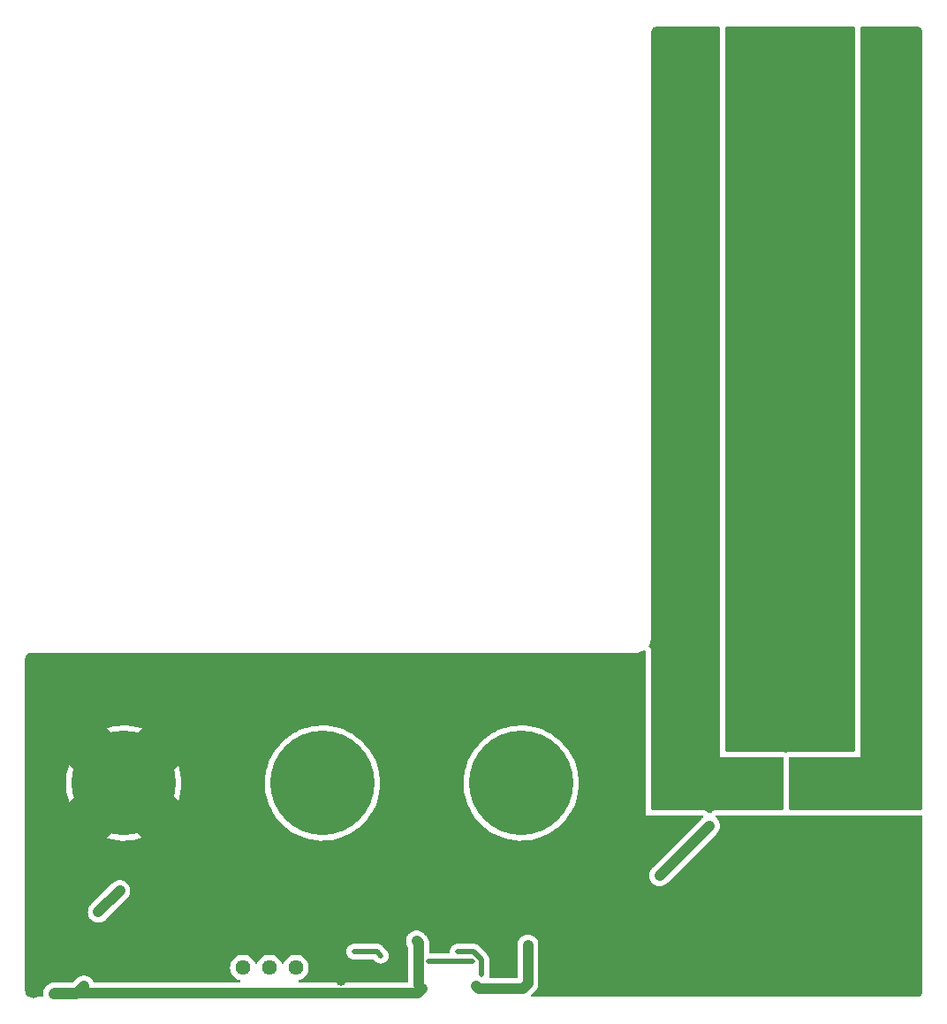
<source format=gbr>
%TF.GenerationSoftware,KiCad,Pcbnew,(6.0.8-1)-1*%
%TF.CreationDate,2022-10-22T21:58:42+02:00*%
%TF.ProjectId,shunt_regulator,7368756e-745f-4726-9567-756c61746f72,rev?*%
%TF.SameCoordinates,Original*%
%TF.FileFunction,Copper,L2,Bot*%
%TF.FilePolarity,Positive*%
%FSLAX46Y46*%
G04 Gerber Fmt 4.6, Leading zero omitted, Abs format (unit mm)*
G04 Created by KiCad (PCBNEW (6.0.8-1)-1) date 2022-10-22 21:58:42*
%MOMM*%
%LPD*%
G01*
G04 APERTURE LIST*
%TA.AperFunction,ComponentPad*%
%ADD10C,1.440000*%
%TD*%
%TA.AperFunction,ComponentPad*%
%ADD11C,10.000000*%
%TD*%
%TA.AperFunction,ViaPad*%
%ADD12C,1.000000*%
%TD*%
%TA.AperFunction,ViaPad*%
%ADD13C,0.500000*%
%TD*%
%TA.AperFunction,ViaPad*%
%ADD14C,0.800000*%
%TD*%
%TA.AperFunction,Conductor*%
%ADD15C,1.000000*%
%TD*%
%TA.AperFunction,Conductor*%
%ADD16C,5.000000*%
%TD*%
%TA.AperFunction,Conductor*%
%ADD17C,0.500000*%
%TD*%
G04 APERTURE END LIST*
D10*
%TO.P,RV1,1,1*%
%TO.N,Net-(R1-Pad1)*%
X-7630000Y-17669000D03*
%TO.P,RV1,2,2*%
X-5090000Y-17669000D03*
%TO.P,RV1,3,3*%
%TO.N,Net-(Q1-Pad1)*%
X-2550000Y-17669000D03*
%TD*%
D11*
%TO.P,J1,1,Pin_1*%
%TO.N,GND*%
X-19050000Y0D03*
%TO.P,J1,2,Pin_2*%
%TO.N,unconnected-(J1-Pad2)*%
X0Y0D03*
%TO.P,J1,3,Pin_3*%
%TO.N,+VDC*%
X19050000Y0D03*
%TD*%
D12*
%TO.N,+VDC*%
X-19431000Y-10303000D03*
X-21474528Y-12346528D03*
%TO.N,GND*%
X1778000Y-18905000D03*
X41656000Y-8652000D03*
X28702000Y-19574000D03*
X45593000Y-6620000D03*
X41452000Y-18000000D03*
X39928000Y-18000000D03*
X44704000Y-8652000D03*
X47548000Y-18000000D03*
X16510000Y-14367000D03*
X-6096000Y-13859000D03*
X-27686000Y-20082000D03*
X44500000Y-18000000D03*
X46024000Y-18000000D03*
X49072000Y-18000000D03*
X9779000Y-13859000D03*
X22987000Y-11573000D03*
X46228000Y-8652000D03*
X42976000Y-18000000D03*
X45466000Y-4461000D03*
X47752000Y-8652000D03*
X44218000Y-4461000D03*
X43180000Y-8652000D03*
X1143000Y-13605000D03*
X44218000Y-6620000D03*
%TO.N,VCC*%
X14732000Y-19447000D03*
X9017000Y-15129000D03*
X19685000Y-15510000D03*
X-25781000Y-20209000D03*
X-22860000Y-19447000D03*
X9525000Y-19701000D03*
D13*
%TO.N,Net-(Q1-Pad1)*%
X5588000Y-16526000D03*
X3048000Y-16145000D03*
D12*
%TO.N,Net-(Q4-Pad1)*%
X37084000Y-4080000D03*
X32319611Y-8844389D03*
D14*
%TO.N,Net-(Q4-Pad2)*%
X44656000Y37112000D03*
X47656000Y35612000D03*
X46156000Y22112000D03*
X41656000Y65612000D03*
X44656000Y70112000D03*
X41656000Y34112000D03*
X47656000Y11612000D03*
X43156000Y67112000D03*
X44656000Y23612000D03*
X47656000Y8612000D03*
X43156000Y44612000D03*
X44656000Y35612000D03*
X46156000Y52112000D03*
X46156000Y50612000D03*
X46156000Y20612000D03*
X44656000Y32612000D03*
X43156000Y68612000D03*
X43156000Y11612000D03*
X47656000Y25112000D03*
X47656000Y49112000D03*
X41656000Y31112000D03*
X43156000Y65612000D03*
X46156000Y38612000D03*
X47656000Y13112000D03*
X47656000Y23612000D03*
X43156000Y50612000D03*
X41656000Y13112000D03*
X47656000Y10112000D03*
X41656000Y26612000D03*
X43156000Y7112000D03*
X44656000Y56612000D03*
X46156000Y7112000D03*
X43156000Y41612000D03*
X44656000Y19112000D03*
X47656000Y17612000D03*
X46156000Y10112000D03*
X46156000Y46112000D03*
X44656000Y67112000D03*
X44656000Y38612000D03*
X47656000Y7112000D03*
X41656000Y70112000D03*
X46156000Y29612000D03*
X46156000Y37112000D03*
X43156000Y49112000D03*
X44656000Y20612000D03*
X46156000Y71612000D03*
X43156000Y10112000D03*
X47656000Y16112000D03*
X44656000Y26612000D03*
X41656000Y43112000D03*
X44656000Y16112000D03*
X44656000Y59612000D03*
X44656000Y52112000D03*
X46156000Y49112000D03*
X47656000Y68612000D03*
X43156000Y16112000D03*
X46156000Y41612000D03*
X43156000Y34112000D03*
X43156000Y26612000D03*
X44656000Y28112000D03*
X41656000Y25112000D03*
X46156000Y16112000D03*
X44656000Y29612000D03*
X41656000Y41612000D03*
X47656000Y47612000D03*
X46156000Y40112000D03*
X46156000Y14612000D03*
X46156000Y8612000D03*
X43156000Y40112000D03*
X41656000Y19112000D03*
X41656000Y29612000D03*
X41656000Y22112000D03*
X44656000Y14612000D03*
X44656000Y7112000D03*
X43156000Y25112000D03*
X46156000Y61112000D03*
X43156000Y13112000D03*
X44656000Y10112000D03*
X46156000Y59612000D03*
X41656000Y28112000D03*
X47656000Y50612000D03*
X43156000Y14612000D03*
X43156000Y61112000D03*
X43156000Y58112000D03*
X43156000Y55112000D03*
X47656000Y43112000D03*
X44656000Y11612000D03*
X41656000Y67112000D03*
X41656000Y20612000D03*
X44656000Y71612000D03*
X47656000Y40112000D03*
X41656000Y35612000D03*
X44656000Y61112000D03*
X46156000Y11612000D03*
X41656000Y56612000D03*
X43156000Y37112000D03*
X43156000Y28112000D03*
X47656000Y38612000D03*
X44656000Y49112000D03*
X47656000Y20612000D03*
X44656000Y65612000D03*
X46156000Y58112000D03*
X43156000Y22112000D03*
X43156000Y46112000D03*
X41656000Y49112000D03*
X46156000Y65612000D03*
X46156000Y34112000D03*
X41656000Y37112000D03*
X41656000Y17612000D03*
X47656000Y32612000D03*
X43156000Y31112000D03*
X44656000Y31112000D03*
X47656000Y59612000D03*
X41656000Y10112000D03*
X46156000Y25112000D03*
X41656000Y47612000D03*
X46156000Y55112000D03*
X41656000Y71612000D03*
X44656000Y34112000D03*
X43156000Y62612000D03*
X46156000Y31112000D03*
X46156000Y26612000D03*
X41656000Y68612000D03*
X47656000Y19112000D03*
X43156000Y38612000D03*
X47656000Y70112000D03*
X44656000Y25112000D03*
X41656000Y58112000D03*
X47656000Y55112000D03*
X43156000Y47612000D03*
X46156000Y23612000D03*
X47656000Y56612000D03*
X47656000Y37112000D03*
X44656000Y46112000D03*
X44656000Y22112000D03*
X44656000Y62612000D03*
X43156000Y35612000D03*
X41656000Y44612000D03*
X47656000Y14612000D03*
X47656000Y26612000D03*
X44656000Y55112000D03*
X41656000Y64112000D03*
X46156000Y47612000D03*
X46156000Y19112000D03*
X46156000Y32612000D03*
X47656000Y29612000D03*
X46156000Y17612000D03*
X47656000Y65612000D03*
X43156000Y43112000D03*
X47656000Y28112000D03*
X47656000Y67112000D03*
X46156000Y67112000D03*
X41656000Y55112000D03*
X47656000Y22112000D03*
X43156000Y64112000D03*
X46156000Y53612000D03*
X41656000Y53612000D03*
X41656000Y46112000D03*
X47656000Y31112000D03*
X43156000Y70112000D03*
X41656000Y32612000D03*
X41656000Y7112000D03*
X47656000Y34112000D03*
X43156000Y56612000D03*
X47656000Y44612000D03*
X44656000Y58112000D03*
X43156000Y20612000D03*
X46156000Y64112000D03*
X43156000Y59612000D03*
X44656000Y41612000D03*
X44656000Y68612000D03*
X43156000Y8612000D03*
X47656000Y41612000D03*
X47656000Y53612000D03*
X43156000Y52112000D03*
X46156000Y43112000D03*
X43156000Y53612000D03*
X47656000Y64112000D03*
X46156000Y70112000D03*
X44656000Y8612000D03*
X47656000Y71612000D03*
X46156000Y56612000D03*
X46156000Y13112000D03*
X41656000Y23612000D03*
X41656000Y59612000D03*
X44656000Y44612000D03*
X47656000Y52112000D03*
X41656000Y14612000D03*
X44656000Y13112000D03*
X44656000Y40112000D03*
X46156000Y35612000D03*
X47656000Y62612000D03*
X44656000Y17612000D03*
X44656000Y50612000D03*
X44656000Y47612000D03*
X41656000Y62612000D03*
X44656000Y43112000D03*
X41656000Y50612000D03*
X44656000Y53612000D03*
X41656000Y61112000D03*
X41656000Y38612000D03*
X43156000Y32612000D03*
X41656000Y40112000D03*
X47656000Y58112000D03*
X47656000Y61112000D03*
X43156000Y23612000D03*
X43156000Y17612000D03*
X43156000Y29612000D03*
X46156000Y68612000D03*
X41656000Y16112000D03*
X47656000Y46112000D03*
X41656000Y8612000D03*
X43156000Y19112000D03*
X41656000Y52112000D03*
X44656000Y64112000D03*
X41656000Y11612000D03*
X43156000Y71612000D03*
X46156000Y44612000D03*
X46156000Y28112000D03*
X46156000Y62612000D03*
D13*
%TO.N,Net-(R6-Pad2)*%
X10160000Y-17034000D03*
X14351000Y-17034000D03*
%TO.N,Net-(R7-Pad2)*%
X12992544Y-16162561D03*
X15240000Y-18304000D03*
D14*
%TO.N,Net-(F1-Pad2)*%
X54888000Y50612000D03*
X54888000Y67112000D03*
X56388000Y23612000D03*
X56388000Y35612000D03*
X56388000Y59612000D03*
X56388000Y38612000D03*
X54888000Y13112000D03*
X54888000Y41612000D03*
X56388000Y47612000D03*
X54888000Y47612000D03*
X56388000Y64112000D03*
X54888000Y31112000D03*
X54888000Y68612000D03*
X56388000Y11612000D03*
X56388000Y46112000D03*
X56388000Y26612000D03*
X54888000Y20612000D03*
X56388000Y67112000D03*
X56388000Y55112000D03*
X54888000Y70112000D03*
X56388000Y7112000D03*
X54888000Y34112000D03*
X56388000Y25112000D03*
X54888000Y28112000D03*
X56388000Y37112000D03*
X56388000Y41612000D03*
X56388000Y43112000D03*
X56388000Y65612000D03*
X54888000Y7112000D03*
X54888000Y65612000D03*
X54888000Y56612000D03*
X56388000Y34112000D03*
X56388000Y50612000D03*
X54888000Y35612000D03*
X54888000Y10112000D03*
X56388000Y44612000D03*
X54888000Y26612000D03*
X56388000Y68612000D03*
X56388000Y58112000D03*
X54888000Y64112000D03*
X54888000Y29612000D03*
X54888000Y61112000D03*
X56388000Y17612000D03*
X56388000Y8612000D03*
X56388000Y29612000D03*
X54888000Y16112000D03*
X54888000Y14612000D03*
X54888000Y52112000D03*
X56388000Y20612000D03*
X56388000Y62612000D03*
X56388000Y61112000D03*
X54888000Y38612000D03*
X56388000Y53612000D03*
X56388000Y22112000D03*
X54888000Y32612000D03*
X56388000Y31112000D03*
X56388000Y13112000D03*
X56388000Y19112000D03*
X54888000Y62612000D03*
X56388000Y32612000D03*
X56388000Y49112000D03*
X54888000Y22112000D03*
X54888000Y53612000D03*
X54888000Y58112000D03*
X54888000Y71612000D03*
X54888000Y25112000D03*
X54888000Y44612000D03*
X54888000Y55112000D03*
X56388000Y70112000D03*
X54888000Y8612000D03*
X54888000Y49112000D03*
X54888000Y46112000D03*
X54888000Y19112000D03*
X56388000Y40112000D03*
X54888000Y17612000D03*
X56388000Y10112000D03*
X54888000Y23612000D03*
X56388000Y16112000D03*
X54888000Y11612000D03*
X56388000Y56612000D03*
X56388000Y14612000D03*
X56388000Y28112000D03*
X56388000Y52112000D03*
X54888000Y43112000D03*
X54888000Y40112000D03*
X56388000Y71612000D03*
X54888000Y37112000D03*
X54888000Y59612000D03*
%TO.N,Net-(F2-Pad2)*%
X33044000Y22112000D03*
X34544000Y32612000D03*
X33044000Y41612000D03*
X33044000Y29612000D03*
X33044000Y13112000D03*
X33044000Y59612000D03*
X33044000Y16112000D03*
X33044000Y38612000D03*
X34544000Y62612000D03*
X33044000Y71612000D03*
X33044000Y58112000D03*
X33044000Y64112000D03*
X33044000Y44612000D03*
X34544000Y58112000D03*
X33044000Y10112000D03*
X34544000Y67112000D03*
X33044000Y40112000D03*
X33044000Y43112000D03*
X34544000Y11612000D03*
X33044000Y61112000D03*
X33044000Y67112000D03*
X33044000Y55112000D03*
X33044000Y32612000D03*
X34544000Y52112000D03*
X34544000Y65612000D03*
X33044000Y17612000D03*
X34544000Y68612000D03*
X33044000Y70112000D03*
X34544000Y56612000D03*
X34544000Y16112000D03*
X33044000Y65612000D03*
X33044000Y25112000D03*
X33044000Y14612000D03*
X34544000Y23612000D03*
X34544000Y61112000D03*
X33044000Y37112000D03*
X33044000Y53612000D03*
X34544000Y22112000D03*
X34544000Y20612000D03*
X33044000Y68612000D03*
X33044000Y52112000D03*
X34544000Y29612000D03*
X34544000Y10112000D03*
X33044000Y11612000D03*
X34544000Y28112000D03*
X34544000Y31112000D03*
X33044000Y19112000D03*
X33044000Y28112000D03*
X34544000Y8612000D03*
X34544000Y53612000D03*
X33044000Y8612000D03*
X34544000Y13112000D03*
X34544000Y34112000D03*
X34544000Y70112000D03*
X34544000Y44612000D03*
X33044000Y46112000D03*
X33044000Y31112000D03*
X33044000Y56612000D03*
X33044000Y35612000D03*
X34544000Y40112000D03*
X34544000Y71612000D03*
X34544000Y26612000D03*
X33044000Y47612000D03*
X34544000Y37112000D03*
X34544000Y47612000D03*
X34544000Y50612000D03*
X33044000Y50612000D03*
X34544000Y17612000D03*
X34544000Y7112000D03*
X34544000Y25112000D03*
X34544000Y38612000D03*
X34544000Y43112000D03*
X33044000Y20612000D03*
X34544000Y55112000D03*
X34544000Y19112000D03*
X34544000Y46112000D03*
X34544000Y59612000D03*
X33044000Y49112000D03*
X33044000Y26612000D03*
X34544000Y14612000D03*
X34544000Y64112000D03*
X34544000Y41612000D03*
X33044000Y34112000D03*
X33044000Y7112000D03*
X34544000Y35612000D03*
X34544000Y49112000D03*
X33044000Y62612000D03*
X33044000Y23612000D03*
%TD*%
D15*
%TO.N,+VDC*%
X-21474528Y-12346528D02*
X-19431000Y-10303000D01*
D16*
%TO.N,GND*%
X-14050001Y4999999D02*
X-14000000Y5000000D01*
X-19050000Y-50000D02*
X-24000000Y-5000000D01*
X-19050000Y0D02*
X-14050001Y-4999999D01*
X-19050000Y50000D02*
X-24000000Y5000000D01*
X-19050000Y0D02*
X-14050001Y4999999D01*
X-19050000Y0D02*
X-19050000Y-50000D01*
X-14050001Y-4999999D02*
X-14000000Y-5000000D01*
X-19050000Y0D02*
X-19050000Y50000D01*
D15*
%TO.N,VCC*%
X19177000Y-19701000D02*
X14986000Y-19701000D01*
X-25677000Y-20105000D02*
X-25781000Y-20209000D01*
X14986000Y-19701000D02*
X14732000Y-19447000D01*
X9210000Y-15322000D02*
X9017000Y-15129000D01*
X-25781000Y-20209000D02*
X-23622000Y-20209000D01*
X9121000Y-20105000D02*
X-25677000Y-20105000D01*
X9525000Y-19701000D02*
X9121000Y-20105000D01*
X19685000Y-15510000D02*
X19685000Y-19193000D01*
X19685000Y-19193000D02*
X19177000Y-19701000D01*
X-23622000Y-20209000D02*
X-22860000Y-19447000D01*
X9210000Y-19386000D02*
X9210000Y-15322000D01*
D17*
%TO.N,Net-(Q1-Pad1)*%
X5207000Y-16145000D02*
X5588000Y-16526000D01*
X3048000Y-16145000D02*
X5207000Y-16145000D01*
D15*
%TO.N,Net-(Q4-Pad1)*%
X37084000Y-4080000D02*
X32319611Y-8844389D01*
D17*
%TO.N,Net-(R6-Pad2)*%
X10160000Y-17034000D02*
X14351000Y-17034000D01*
%TO.N,Net-(R7-Pad2)*%
X15240000Y-18304000D02*
X15240000Y-16933051D01*
X12974983Y-16145000D02*
X12992544Y-16162561D01*
X15240000Y-16933051D02*
X14451949Y-16145000D01*
X14451949Y-16145000D02*
X12974983Y-16145000D01*
%TD*%
%TA.AperFunction,Conductor*%
%TO.N,GND*%
G36*
X30937509Y12709258D02*
G01*
X30980056Y12652423D01*
X30988000Y12608390D01*
X30988000Y-3064000D01*
X36380314Y-3064000D01*
X36448435Y-3084002D01*
X36494928Y-3137658D01*
X36505032Y-3207932D01*
X36475538Y-3272512D01*
X36459266Y-3288196D01*
X36453699Y-3292672D01*
X36453356Y-3292948D01*
X36413773Y-3324546D01*
X36413767Y-3324552D01*
X36411028Y-3326738D01*
X36410113Y-3327653D01*
X36408691Y-3328859D01*
X36379783Y-3352102D01*
X36374975Y-3355968D01*
X36342928Y-3394160D01*
X36335502Y-3402264D01*
X31650232Y-8087534D01*
X31640089Y-8096636D01*
X31610586Y-8120357D01*
X31606619Y-8125085D01*
X31578320Y-8158810D01*
X31575139Y-8162458D01*
X31573496Y-8164270D01*
X31571302Y-8166464D01*
X31543969Y-8199738D01*
X31543307Y-8200536D01*
X31483457Y-8271863D01*
X31480889Y-8276533D01*
X31477508Y-8280650D01*
X31446471Y-8338534D01*
X31433634Y-8362475D01*
X31433005Y-8363634D01*
X31391149Y-8439770D01*
X31391146Y-8439778D01*
X31388178Y-8445176D01*
X31386566Y-8450258D01*
X31384049Y-8454952D01*
X31356849Y-8543920D01*
X31356529Y-8544948D01*
X31328376Y-8633695D01*
X31327782Y-8638991D01*
X31326224Y-8644087D01*
X31325601Y-8650223D01*
X31316830Y-8736567D01*
X31316697Y-8737816D01*
X31306330Y-8830240D01*
X31306776Y-8835548D01*
X31306237Y-8840851D01*
X31306817Y-8846982D01*
X31314986Y-8933405D01*
X31315103Y-8934720D01*
X31322879Y-9027323D01*
X31324349Y-9032449D01*
X31324850Y-9037751D01*
X31326610Y-9043654D01*
X31351403Y-9126822D01*
X31351771Y-9128080D01*
X31377394Y-9217439D01*
X31379830Y-9222178D01*
X31381352Y-9227285D01*
X31424756Y-9309610D01*
X31425277Y-9310610D01*
X31467798Y-9393345D01*
X31471107Y-9397520D01*
X31473593Y-9402235D01*
X31532029Y-9474397D01*
X31532853Y-9475426D01*
X31564759Y-9515681D01*
X31590646Y-9548342D01*
X31594708Y-9551799D01*
X31598058Y-9555936D01*
X31602793Y-9559881D01*
X31602797Y-9559885D01*
X31669377Y-9615356D01*
X31670387Y-9616207D01*
X31736565Y-9672529D01*
X31736569Y-9672532D01*
X31741261Y-9676525D01*
X31745916Y-9679127D01*
X31750007Y-9682535D01*
X31831614Y-9727029D01*
X31832769Y-9727667D01*
X31908522Y-9770005D01*
X31908526Y-9770007D01*
X31913905Y-9773013D01*
X31918972Y-9774659D01*
X31923652Y-9777211D01*
X32012452Y-9805039D01*
X32013560Y-9805393D01*
X32102003Y-9834129D01*
X32107291Y-9834760D01*
X32112379Y-9836354D01*
X32118506Y-9837020D01*
X32118508Y-9837020D01*
X32204719Y-9846385D01*
X32206031Y-9846534D01*
X32288654Y-9856386D01*
X32298388Y-9857547D01*
X32303705Y-9857138D01*
X32308999Y-9857713D01*
X32369649Y-9852407D01*
X32401580Y-9849614D01*
X32402893Y-9849506D01*
X32489440Y-9842846D01*
X32489443Y-9842846D01*
X32495583Y-9842373D01*
X32500713Y-9840941D01*
X32506024Y-9840476D01*
X32595317Y-9814533D01*
X32596582Y-9814173D01*
X32680143Y-9790843D01*
X32680144Y-9790843D01*
X32686074Y-9789187D01*
X32690830Y-9786785D01*
X32695947Y-9785298D01*
X32778458Y-9742528D01*
X32779626Y-9741930D01*
X32857104Y-9702794D01*
X32857106Y-9702793D01*
X32862607Y-9700014D01*
X32866806Y-9696733D01*
X32871537Y-9694281D01*
X32944263Y-9636225D01*
X32945295Y-9635411D01*
X33013597Y-9582048D01*
X33013598Y-9582047D01*
X33018458Y-9578250D01*
X33056284Y-9534428D01*
X33062571Y-9527664D01*
X37747801Y-4842434D01*
X37759323Y-4832240D01*
X37777986Y-4817659D01*
X37777987Y-4817658D01*
X37782847Y-4813861D01*
X37820673Y-4770039D01*
X37826960Y-4763275D01*
X37832310Y-4757925D01*
X37834264Y-4755546D01*
X37834276Y-4755533D01*
X37854557Y-4730843D01*
X37856538Y-4728490D01*
X37908052Y-4668809D01*
X37912078Y-4664145D01*
X37915121Y-4658788D01*
X37918674Y-4653752D01*
X37918926Y-4653930D01*
X37919020Y-4653793D01*
X37918763Y-4653621D01*
X37922189Y-4648503D01*
X37926103Y-4643738D01*
X37966275Y-4568817D01*
X37967760Y-4566128D01*
X38006725Y-4497537D01*
X38009769Y-4492179D01*
X38011714Y-4486331D01*
X38014220Y-4480704D01*
X38014505Y-4480831D01*
X38014571Y-4480678D01*
X38014283Y-4480558D01*
X38016653Y-4474865D01*
X38019563Y-4469437D01*
X38044421Y-4388133D01*
X38045356Y-4385202D01*
X38070252Y-4310361D01*
X38070253Y-4310358D01*
X38072197Y-4304513D01*
X38072970Y-4298396D01*
X38074333Y-4292394D01*
X38074638Y-4292463D01*
X38074673Y-4292299D01*
X38074368Y-4292237D01*
X38075587Y-4286194D01*
X38077388Y-4280302D01*
X38085983Y-4195680D01*
X38086332Y-4192620D01*
X38096542Y-4111798D01*
X38096985Y-4108295D01*
X38097164Y-4095454D01*
X38097272Y-4087778D01*
X38097272Y-4087776D01*
X38097324Y-4084032D01*
X38097374Y-4083537D01*
X38097336Y-4083137D01*
X38097380Y-4080000D01*
X38087919Y-3983506D01*
X38078762Y-3886638D01*
X38078253Y-3884930D01*
X38078080Y-3883167D01*
X38050221Y-3790894D01*
X38050094Y-3790472D01*
X38041251Y-3760808D01*
X38022260Y-3697103D01*
X38021427Y-3695523D01*
X38020916Y-3693831D01*
X37975445Y-3608312D01*
X37930018Y-3522153D01*
X37928900Y-3520772D01*
X37928066Y-3519204D01*
X37866701Y-3443963D01*
X37852712Y-3426688D01*
X37809272Y-3373043D01*
X37809265Y-3373036D01*
X37805553Y-3368452D01*
X37804187Y-3367314D01*
X37803065Y-3365938D01*
X37791014Y-3355968D01*
X37728426Y-3304191D01*
X37728088Y-3303909D01*
X37707557Y-3286803D01*
X37668024Y-3227831D01*
X37666651Y-3156848D01*
X37703871Y-3096390D01*
X37767869Y-3065653D01*
X37788211Y-3064000D01*
X57365500Y-3064000D01*
X57433621Y-3084002D01*
X57480114Y-3137658D01*
X57491500Y-3190000D01*
X57491500Y-19950633D01*
X57490000Y-19970018D01*
X57489269Y-19974716D01*
X57486309Y-19993724D01*
X57487473Y-20002626D01*
X57487489Y-20002750D01*
X57487760Y-20033193D01*
X57480766Y-20095264D01*
X57474487Y-20122771D01*
X57447515Y-20199853D01*
X57435273Y-20225274D01*
X57391822Y-20294426D01*
X57374230Y-20316485D01*
X57316485Y-20374230D01*
X57294426Y-20391822D01*
X57225274Y-20435273D01*
X57199853Y-20447515D01*
X57122772Y-20474487D01*
X57095264Y-20480766D01*
X57039774Y-20487018D01*
X57024132Y-20486923D01*
X57024121Y-20487800D01*
X57015149Y-20487690D01*
X57006276Y-20486309D01*
X56997374Y-20487473D01*
X56997372Y-20487473D01*
X56986385Y-20488910D01*
X56974714Y-20490436D01*
X56958379Y-20491500D01*
X20116925Y-20491500D01*
X20048804Y-20471498D01*
X20002311Y-20417842D01*
X19992207Y-20347568D01*
X20021701Y-20282988D01*
X20027830Y-20276405D01*
X20354384Y-19949851D01*
X20364527Y-19940749D01*
X20389218Y-19920897D01*
X20394025Y-19917032D01*
X20426312Y-19878554D01*
X20429467Y-19874938D01*
X20431123Y-19873112D01*
X20433309Y-19870926D01*
X20435264Y-19868546D01*
X20435273Y-19868536D01*
X20460576Y-19837732D01*
X20461418Y-19836717D01*
X20517194Y-19770245D01*
X20521154Y-19765526D01*
X20523723Y-19760852D01*
X20527102Y-19756739D01*
X20570975Y-19674915D01*
X20571584Y-19673793D01*
X20590682Y-19639055D01*
X20616433Y-19592213D01*
X20618045Y-19587131D01*
X20620562Y-19582437D01*
X20647762Y-19493469D01*
X20648108Y-19492358D01*
X20649424Y-19488212D01*
X20676235Y-19403694D01*
X20676829Y-19398398D01*
X20678387Y-19393302D01*
X20687785Y-19300778D01*
X20687905Y-19299658D01*
X20693500Y-19249773D01*
X20693500Y-19246246D01*
X20693556Y-19245243D01*
X20694003Y-19239559D01*
X20698373Y-19196538D01*
X20694059Y-19150899D01*
X20693500Y-19139043D01*
X20693500Y-15581722D01*
X20694492Y-15565944D01*
X20697985Y-15538295D01*
X20698202Y-15522767D01*
X20698331Y-15513523D01*
X20698331Y-15513520D01*
X20698380Y-15510000D01*
X20679080Y-15313167D01*
X20621916Y-15123831D01*
X20618084Y-15116623D01*
X20531959Y-14954645D01*
X20529066Y-14949204D01*
X20458709Y-14862938D01*
X20407960Y-14800713D01*
X20407957Y-14800710D01*
X20404065Y-14795938D01*
X20397724Y-14790692D01*
X20256425Y-14673799D01*
X20256421Y-14673797D01*
X20251675Y-14669870D01*
X20077701Y-14575802D01*
X19888768Y-14517318D01*
X19882643Y-14516674D01*
X19882642Y-14516674D01*
X19698204Y-14497289D01*
X19698202Y-14497289D01*
X19692075Y-14496645D01*
X19609576Y-14504153D01*
X19501251Y-14514011D01*
X19501248Y-14514012D01*
X19495112Y-14514570D01*
X19489206Y-14516308D01*
X19489202Y-14516309D01*
X19384076Y-14547249D01*
X19305381Y-14570410D01*
X19299923Y-14573263D01*
X19299919Y-14573265D01*
X19233597Y-14607938D01*
X19130110Y-14662040D01*
X18975975Y-14785968D01*
X18848846Y-14937474D01*
X18845879Y-14942872D01*
X18845875Y-14942877D01*
X18795234Y-15034994D01*
X18753567Y-15110787D01*
X18751706Y-15116654D01*
X18751705Y-15116656D01*
X18745700Y-15135587D01*
X18693765Y-15299306D01*
X18689342Y-15338737D01*
X18679623Y-15425393D01*
X18678604Y-15434474D01*
X18671719Y-15495851D01*
X18672613Y-15506495D01*
X18676058Y-15547524D01*
X18676500Y-15558067D01*
X18676500Y-18566500D01*
X18656498Y-18634621D01*
X18602842Y-18681114D01*
X18550500Y-18692500D01*
X16086498Y-18692500D01*
X16018377Y-18672498D01*
X15971884Y-18618842D01*
X15961780Y-18548568D01*
X15968709Y-18521759D01*
X15976818Y-18500412D01*
X15976820Y-18500403D01*
X15979319Y-18493825D01*
X15984744Y-18455224D01*
X15985001Y-18453395D01*
X15987386Y-18440984D01*
X15996473Y-18403848D01*
X15996474Y-18403842D01*
X15997808Y-18398390D01*
X15998500Y-18387236D01*
X15998500Y-18366151D01*
X15999726Y-18348615D01*
X16002452Y-18329221D01*
X16002452Y-18329218D01*
X16003001Y-18325313D01*
X16003299Y-18304000D01*
X15999285Y-18268213D01*
X15998500Y-18254169D01*
X15998500Y-17000114D01*
X15999933Y-16981165D01*
X16002097Y-16966937D01*
X16003198Y-16959702D01*
X15998915Y-16907041D01*
X15998500Y-16896828D01*
X15998500Y-16888758D01*
X15998078Y-16885138D01*
X15998077Y-16885120D01*
X15995208Y-16860512D01*
X15994775Y-16856137D01*
X15989454Y-16790712D01*
X15989453Y-16790709D01*
X15988860Y-16783414D01*
X15986604Y-16776450D01*
X15985413Y-16770491D01*
X15984029Y-16764636D01*
X15983182Y-16757370D01*
X15958265Y-16688724D01*
X15956848Y-16684596D01*
X15936607Y-16622115D01*
X15936606Y-16622113D01*
X15934351Y-16615152D01*
X15930555Y-16608897D01*
X15928049Y-16603423D01*
X15925330Y-16597993D01*
X15922833Y-16591114D01*
X15882809Y-16530067D01*
X15880472Y-16526363D01*
X15878653Y-16523364D01*
X15846990Y-16471185D01*
X15845509Y-16468744D01*
X15845505Y-16468739D01*
X15842595Y-16463943D01*
X15835197Y-16455567D01*
X15835223Y-16455544D01*
X15832574Y-16452554D01*
X15829866Y-16449315D01*
X15825856Y-16443199D01*
X15820549Y-16438172D01*
X15820546Y-16438168D01*
X15769617Y-16389923D01*
X15767175Y-16387545D01*
X15035719Y-15656089D01*
X15023333Y-15641677D01*
X15014800Y-15630082D01*
X15014795Y-15630077D01*
X15010457Y-15624182D01*
X15004879Y-15619443D01*
X15004876Y-15619440D01*
X14970181Y-15589965D01*
X14962665Y-15583035D01*
X14956970Y-15577340D01*
X14950829Y-15572482D01*
X14934698Y-15559719D01*
X14931294Y-15556928D01*
X14881246Y-15514409D01*
X14881244Y-15514408D01*
X14875664Y-15509667D01*
X14869148Y-15506339D01*
X14864099Y-15502972D01*
X14858970Y-15499805D01*
X14853233Y-15495266D01*
X14787074Y-15464345D01*
X14783174Y-15462439D01*
X14718141Y-15429231D01*
X14711033Y-15427492D01*
X14705390Y-15425393D01*
X14699627Y-15423476D01*
X14692999Y-15420378D01*
X14684216Y-15418551D01*
X14652201Y-15411892D01*
X14621532Y-15405513D01*
X14617248Y-15404543D01*
X14546339Y-15387192D01*
X14540737Y-15386844D01*
X14540734Y-15386844D01*
X14535185Y-15386500D01*
X14535187Y-15386464D01*
X14531194Y-15386225D01*
X14527002Y-15385851D01*
X14519834Y-15384360D01*
X14459174Y-15386001D01*
X14442428Y-15386454D01*
X14439021Y-15386500D01*
X13062924Y-15386500D01*
X13051723Y-15386001D01*
X13050033Y-15385850D01*
X13042868Y-15384360D01*
X12971750Y-15386284D01*
X12965462Y-15386454D01*
X12962055Y-15386500D01*
X12930690Y-15386500D01*
X12926270Y-15387015D01*
X12915100Y-15387816D01*
X12879058Y-15388791D01*
X12873379Y-15388945D01*
X12873378Y-15388945D01*
X12866062Y-15389143D01*
X12858988Y-15391019D01*
X12858985Y-15391019D01*
X12841862Y-15395559D01*
X12824164Y-15398919D01*
X12806574Y-15400970D01*
X12806573Y-15400970D01*
X12799302Y-15401818D01*
X12792422Y-15404315D01*
X12792415Y-15404317D01*
X12753202Y-15418551D01*
X12742505Y-15421904D01*
X12695099Y-15434474D01*
X12688646Y-15437927D01*
X12688643Y-15437928D01*
X12673029Y-15446283D01*
X12656573Y-15453627D01*
X12639927Y-15459669D01*
X12639925Y-15459670D01*
X12633046Y-15462167D01*
X12597033Y-15485778D01*
X12592035Y-15489055D01*
X12582394Y-15494779D01*
X12545609Y-15514461D01*
X12545606Y-15514463D01*
X12539149Y-15517918D01*
X12533659Y-15522767D01*
X12520385Y-15534490D01*
X12506062Y-15545421D01*
X12485131Y-15559144D01*
X12451399Y-15594752D01*
X12443346Y-15602528D01*
X12424197Y-15619440D01*
X12412148Y-15630082D01*
X12406579Y-15635000D01*
X12402354Y-15640978D01*
X12402347Y-15640986D01*
X12392128Y-15655445D01*
X12380707Y-15669374D01*
X12368531Y-15682227D01*
X12368525Y-15682235D01*
X12363493Y-15687547D01*
X12359816Y-15693878D01*
X12338864Y-15729949D01*
X12332807Y-15739384D01*
X12308724Y-15773460D01*
X12308720Y-15773468D01*
X12304499Y-15779440D01*
X12301765Y-15786225D01*
X12301764Y-15786226D01*
X12295142Y-15802658D01*
X12287229Y-15818846D01*
X12274657Y-15840490D01*
X12272535Y-15847497D01*
X12260444Y-15887417D01*
X12256720Y-15897993D01*
X12241121Y-15936698D01*
X12241119Y-15936704D01*
X12238385Y-15943489D01*
X12237285Y-15950723D01*
X12234620Y-15968239D01*
X12230644Y-15985809D01*
X12223388Y-16009767D01*
X12222935Y-16017073D01*
X12222934Y-16017078D01*
X12220352Y-16058709D01*
X12219161Y-16069856D01*
X12211784Y-16118349D01*
X12212377Y-16125641D01*
X12212377Y-16125643D01*
X12213487Y-16139285D01*
X12199074Y-16208803D01*
X12149364Y-16259493D01*
X12087902Y-16275500D01*
X10344500Y-16275500D01*
X10276379Y-16255498D01*
X10229886Y-16201842D01*
X10218500Y-16149500D01*
X10218500Y-15383842D01*
X10219237Y-15370235D01*
X10222659Y-15338737D01*
X10222659Y-15338732D01*
X10223324Y-15332611D01*
X10221515Y-15311934D01*
X10218950Y-15282609D01*
X10218621Y-15277784D01*
X10218500Y-15275313D01*
X10218500Y-15272231D01*
X10214309Y-15229489D01*
X10214187Y-15228174D01*
X10206623Y-15141719D01*
X10206087Y-15135587D01*
X10204600Y-15130468D01*
X10204080Y-15125167D01*
X10201501Y-15116623D01*
X10177237Y-15036259D01*
X10176862Y-15034994D01*
X10171906Y-15017935D01*
X10150909Y-14945663D01*
X10148455Y-14940929D01*
X10146916Y-14935831D01*
X10139439Y-14921768D01*
X10103316Y-14853831D01*
X10102702Y-14852663D01*
X10062726Y-14775541D01*
X10062725Y-14775540D01*
X10059892Y-14770074D01*
X10056569Y-14765911D01*
X10054066Y-14761204D01*
X9995245Y-14689082D01*
X9994554Y-14688226D01*
X9963262Y-14649027D01*
X9960758Y-14646523D01*
X9960116Y-14645805D01*
X9956415Y-14641472D01*
X9929065Y-14607938D01*
X9893736Y-14578711D01*
X9884955Y-14570721D01*
X9771067Y-14456833D01*
X9762519Y-14447373D01*
X9739958Y-14419711D01*
X9739957Y-14419710D01*
X9736065Y-14414938D01*
X9731323Y-14411015D01*
X9731321Y-14411013D01*
X9697244Y-14382822D01*
X9695838Y-14381604D01*
X9694925Y-14380691D01*
X9658560Y-14350820D01*
X9583675Y-14288870D01*
X9582112Y-14288025D01*
X9580739Y-14286897D01*
X9573438Y-14282982D01*
X9495289Y-14241080D01*
X9494901Y-14240870D01*
X9414917Y-14197622D01*
X9414914Y-14197621D01*
X9409701Y-14194802D01*
X9407997Y-14194275D01*
X9406437Y-14193438D01*
X9400799Y-14191714D01*
X9400796Y-14191713D01*
X9314004Y-14165178D01*
X9313584Y-14165049D01*
X9226386Y-14138057D01*
X9220768Y-14136318D01*
X9219000Y-14136132D01*
X9217302Y-14135613D01*
X9120804Y-14125811D01*
X9120540Y-14125784D01*
X9024075Y-14115645D01*
X9022308Y-14115806D01*
X9020538Y-14115626D01*
X9014656Y-14116182D01*
X9014655Y-14116182D01*
X8923822Y-14124768D01*
X8923385Y-14124808D01*
X8878269Y-14128914D01*
X8827112Y-14133570D01*
X8825407Y-14134072D01*
X8823638Y-14134239D01*
X8817989Y-14135923D01*
X8817984Y-14135924D01*
X8730728Y-14161936D01*
X8730307Y-14162061D01*
X8637381Y-14189410D01*
X8635805Y-14190234D01*
X8634104Y-14190741D01*
X8548252Y-14236006D01*
X8462110Y-14281040D01*
X8460725Y-14282154D01*
X8459154Y-14282982D01*
X8454572Y-14286692D01*
X8454568Y-14286695D01*
X8383918Y-14343907D01*
X8383576Y-14344183D01*
X8312591Y-14401256D01*
X8312588Y-14401259D01*
X8307975Y-14404968D01*
X8306832Y-14406331D01*
X8305453Y-14407447D01*
X8301663Y-14411996D01*
X8243555Y-14481739D01*
X8243273Y-14482076D01*
X8214548Y-14516309D01*
X8180846Y-14556474D01*
X8179988Y-14558035D01*
X8178854Y-14559396D01*
X8176037Y-14564563D01*
X8176034Y-14564567D01*
X8168311Y-14578732D01*
X8132375Y-14644642D01*
X8085567Y-14729787D01*
X8085031Y-14731476D01*
X8084178Y-14733041D01*
X8082420Y-14738652D01*
X8082418Y-14738656D01*
X8068803Y-14782104D01*
X8055074Y-14825914D01*
X8025765Y-14918306D01*
X8025567Y-14920070D01*
X8025035Y-14921768D01*
X8024400Y-14927615D01*
X8024399Y-14927619D01*
X8019511Y-14972620D01*
X8014541Y-15018373D01*
X8003719Y-15114851D01*
X8003868Y-15116623D01*
X8003676Y-15118388D01*
X8004190Y-15124264D01*
X8004190Y-15124265D01*
X8005287Y-15136801D01*
X8012134Y-15215071D01*
X8020268Y-15311934D01*
X8020758Y-15313644D01*
X8020913Y-15315413D01*
X8047996Y-15408634D01*
X8074783Y-15502050D01*
X8075596Y-15503632D01*
X8076091Y-15505336D01*
X8106737Y-15564458D01*
X8120788Y-15591565D01*
X8120989Y-15591956D01*
X8143111Y-15635000D01*
X8165187Y-15677956D01*
X8166290Y-15679347D01*
X8167108Y-15680926D01*
X8173972Y-15689524D01*
X8200839Y-15755239D01*
X8201500Y-15768132D01*
X8201500Y-18970500D01*
X8181498Y-19038621D01*
X8127842Y-19085114D01*
X8075500Y-19096500D01*
X-2173876Y-19096500D01*
X-2241997Y-19076498D01*
X-2288490Y-19022842D01*
X-2298594Y-18952568D01*
X-2269100Y-18887988D01*
X-2206489Y-18848793D01*
X-2128223Y-18827822D01*
X-2092388Y-18811112D01*
X-1938384Y-18739299D01*
X-1938381Y-18739297D01*
X-1933403Y-18736976D01*
X-1757319Y-18613681D01*
X-1605319Y-18461681D01*
X-1482024Y-18285596D01*
X-1473918Y-18268214D01*
X-1393501Y-18095759D01*
X-1393500Y-18095757D01*
X-1391178Y-18090777D01*
X-1378923Y-18045043D01*
X-1336966Y-17888457D01*
X-1336966Y-17888455D01*
X-1335542Y-17883142D01*
X-1316807Y-17669000D01*
X-1335542Y-17454858D01*
X-1378634Y-17294038D01*
X-1389755Y-17252533D01*
X-1389756Y-17252531D01*
X-1391178Y-17247223D01*
X-1399922Y-17228472D01*
X-1479701Y-17057385D01*
X-1479703Y-17057382D01*
X-1482024Y-17052404D01*
X-1605319Y-16876319D01*
X-1757319Y-16724319D01*
X-1933403Y-16601024D01*
X-1938381Y-16598703D01*
X-1938384Y-16598701D01*
X-2123241Y-16512501D01*
X-2123242Y-16512500D01*
X-2128223Y-16510178D01*
X-2133531Y-16508756D01*
X-2133533Y-16508755D01*
X-2330543Y-16455966D01*
X-2330545Y-16455966D01*
X-2335858Y-16454542D01*
X-2550000Y-16435807D01*
X-2764142Y-16454542D01*
X-2769455Y-16455966D01*
X-2769457Y-16455966D01*
X-2966467Y-16508755D01*
X-2966469Y-16508756D01*
X-2971777Y-16510178D01*
X-2976757Y-16512500D01*
X-2976759Y-16512501D01*
X-3161615Y-16598701D01*
X-3161618Y-16598703D01*
X-3166596Y-16601024D01*
X-3342681Y-16724319D01*
X-3494681Y-16876319D01*
X-3617976Y-17052404D01*
X-3620297Y-17057382D01*
X-3620299Y-17057385D01*
X-3705805Y-17240753D01*
X-3752723Y-17294038D01*
X-3821000Y-17313499D01*
X-3888960Y-17292957D01*
X-3934195Y-17240753D01*
X-4019701Y-17057385D01*
X-4019703Y-17057382D01*
X-4022024Y-17052404D01*
X-4145319Y-16876319D01*
X-4297319Y-16724319D01*
X-4473403Y-16601024D01*
X-4478381Y-16598703D01*
X-4478384Y-16598701D01*
X-4663241Y-16512501D01*
X-4663242Y-16512500D01*
X-4668223Y-16510178D01*
X-4673531Y-16508756D01*
X-4673533Y-16508755D01*
X-4870543Y-16455966D01*
X-4870545Y-16455966D01*
X-4875858Y-16454542D01*
X-5090000Y-16435807D01*
X-5304142Y-16454542D01*
X-5309455Y-16455966D01*
X-5309457Y-16455966D01*
X-5506467Y-16508755D01*
X-5506469Y-16508756D01*
X-5511777Y-16510178D01*
X-5516757Y-16512500D01*
X-5516759Y-16512501D01*
X-5701615Y-16598701D01*
X-5701618Y-16598703D01*
X-5706596Y-16601024D01*
X-5882681Y-16724319D01*
X-6034681Y-16876319D01*
X-6157976Y-17052404D01*
X-6160297Y-17057382D01*
X-6160299Y-17057385D01*
X-6245805Y-17240753D01*
X-6292723Y-17294038D01*
X-6361000Y-17313499D01*
X-6428960Y-17292957D01*
X-6474195Y-17240753D01*
X-6559701Y-17057385D01*
X-6559703Y-17057382D01*
X-6562024Y-17052404D01*
X-6685319Y-16876319D01*
X-6837319Y-16724319D01*
X-7013403Y-16601024D01*
X-7018381Y-16598703D01*
X-7018384Y-16598701D01*
X-7203241Y-16512501D01*
X-7203242Y-16512500D01*
X-7208223Y-16510178D01*
X-7213531Y-16508756D01*
X-7213533Y-16508755D01*
X-7410543Y-16455966D01*
X-7410545Y-16455966D01*
X-7415858Y-16454542D01*
X-7630000Y-16435807D01*
X-7844142Y-16454542D01*
X-7849455Y-16455966D01*
X-7849457Y-16455966D01*
X-8046467Y-16508755D01*
X-8046469Y-16508756D01*
X-8051777Y-16510178D01*
X-8056757Y-16512500D01*
X-8056759Y-16512501D01*
X-8241615Y-16598701D01*
X-8241618Y-16598703D01*
X-8246596Y-16601024D01*
X-8422681Y-16724319D01*
X-8574681Y-16876319D01*
X-8697976Y-17052404D01*
X-8700297Y-17057382D01*
X-8700299Y-17057385D01*
X-8780078Y-17228472D01*
X-8788822Y-17247223D01*
X-8790244Y-17252531D01*
X-8790245Y-17252533D01*
X-8801366Y-17294038D01*
X-8844458Y-17454858D01*
X-8863193Y-17669000D01*
X-8844458Y-17883142D01*
X-8843034Y-17888455D01*
X-8843034Y-17888457D01*
X-8801076Y-18045043D01*
X-8788822Y-18090777D01*
X-8786500Y-18095757D01*
X-8786499Y-18095759D01*
X-8706081Y-18268214D01*
X-8697976Y-18285596D01*
X-8574681Y-18461681D01*
X-8422681Y-18613681D01*
X-8246597Y-18736976D01*
X-8241619Y-18739297D01*
X-8241616Y-18739299D01*
X-8087612Y-18811112D01*
X-8051777Y-18827822D01*
X-7973511Y-18848793D01*
X-7912890Y-18885745D01*
X-7881868Y-18949606D01*
X-7890297Y-19020100D01*
X-7935500Y-19074847D01*
X-8006124Y-19096500D01*
X-21828411Y-19096500D01*
X-21896532Y-19076498D01*
X-21939661Y-19029654D01*
X-21968538Y-18975344D01*
X-21968743Y-18974957D01*
X-22011244Y-18894347D01*
X-22013982Y-18889153D01*
X-22015100Y-18887772D01*
X-22015934Y-18886204D01*
X-22077299Y-18810963D01*
X-22086086Y-18800112D01*
X-22134729Y-18740042D01*
X-22134735Y-18740036D01*
X-22138447Y-18735452D01*
X-22139813Y-18734314D01*
X-22140935Y-18732938D01*
X-22151339Y-18724331D01*
X-22215618Y-18671154D01*
X-22215955Y-18670874D01*
X-22285889Y-18612608D01*
X-22290396Y-18608853D01*
X-22291956Y-18608002D01*
X-22293325Y-18606870D01*
X-22378410Y-18560864D01*
X-22378796Y-18560655D01*
X-22400965Y-18548568D01*
X-22464041Y-18514178D01*
X-22465737Y-18513646D01*
X-22467299Y-18512802D01*
X-22559837Y-18484157D01*
X-22560257Y-18484026D01*
X-22619132Y-18465576D01*
X-22652768Y-18455035D01*
X-22654536Y-18454843D01*
X-22656232Y-18454318D01*
X-22662083Y-18453703D01*
X-22662088Y-18453702D01*
X-22752525Y-18444197D01*
X-22752962Y-18444150D01*
X-22843541Y-18434310D01*
X-22843543Y-18434310D01*
X-22849388Y-18433675D01*
X-22851162Y-18433830D01*
X-22852925Y-18433645D01*
X-22925752Y-18440273D01*
X-22949046Y-18442393D01*
X-22949485Y-18442433D01*
X-23046413Y-18450913D01*
X-23048121Y-18451409D01*
X-23049888Y-18451570D01*
X-23055527Y-18453230D01*
X-23055529Y-18453230D01*
X-23143057Y-18478991D01*
X-23143204Y-18479034D01*
X-23236336Y-18506091D01*
X-23237911Y-18506907D01*
X-23239619Y-18507410D01*
X-23244826Y-18510132D01*
X-23244828Y-18510133D01*
X-23325614Y-18552367D01*
X-23325908Y-18552520D01*
X-23411926Y-18597108D01*
X-23413314Y-18598216D01*
X-23414890Y-18599040D01*
X-23490644Y-18659948D01*
X-23530227Y-18691546D01*
X-23530233Y-18691552D01*
X-23532972Y-18693738D01*
X-23533887Y-18694653D01*
X-23535309Y-18695859D01*
X-23564217Y-18719102D01*
X-23569025Y-18722968D01*
X-23572992Y-18727696D01*
X-23601072Y-18761160D01*
X-23608498Y-18769264D01*
X-23898829Y-19059595D01*
X-23961141Y-19093621D01*
X-23987924Y-19096500D01*
X-25615158Y-19096500D01*
X-25628765Y-19095763D01*
X-25660263Y-19092341D01*
X-25660268Y-19092341D01*
X-25666389Y-19091676D01*
X-25684389Y-19093251D01*
X-25716391Y-19096050D01*
X-25721216Y-19096379D01*
X-25723687Y-19096500D01*
X-25726769Y-19096500D01*
X-25749237Y-19098703D01*
X-25769511Y-19100691D01*
X-25770826Y-19100813D01*
X-25803087Y-19103636D01*
X-25863413Y-19108913D01*
X-25868532Y-19110400D01*
X-25873833Y-19110920D01*
X-25962806Y-19137782D01*
X-25963946Y-19138120D01*
X-26053337Y-19164091D01*
X-26058071Y-19166545D01*
X-26063169Y-19168084D01*
X-26068613Y-19170978D01*
X-26068614Y-19170979D01*
X-26145169Y-19211684D01*
X-26146337Y-19212298D01*
X-26209894Y-19245243D01*
X-26228926Y-19255108D01*
X-26233089Y-19258431D01*
X-26237796Y-19260934D01*
X-26309918Y-19319755D01*
X-26310774Y-19320446D01*
X-26349973Y-19351738D01*
X-26352477Y-19354242D01*
X-26353195Y-19354884D01*
X-26357528Y-19358585D01*
X-26391062Y-19385935D01*
X-26394990Y-19390683D01*
X-26394991Y-19390684D01*
X-26420289Y-19421264D01*
X-26428278Y-19430043D01*
X-26450382Y-19452147D01*
X-26460524Y-19461248D01*
X-26490025Y-19484968D01*
X-26492308Y-19487689D01*
X-26495062Y-19489935D01*
X-26498989Y-19494682D01*
X-26498991Y-19494684D01*
X-26527187Y-19528766D01*
X-26528398Y-19530164D01*
X-26529309Y-19531075D01*
X-26556642Y-19564349D01*
X-26557304Y-19565147D01*
X-26617154Y-19636474D01*
X-26618866Y-19639589D01*
X-26621130Y-19642325D01*
X-26621975Y-19643888D01*
X-26623103Y-19645261D01*
X-26625889Y-19650457D01*
X-26666977Y-19727086D01*
X-26667606Y-19728245D01*
X-26690695Y-19770245D01*
X-26712433Y-19809787D01*
X-26713506Y-19813170D01*
X-26715198Y-19816299D01*
X-26715725Y-19818003D01*
X-26716562Y-19819563D01*
X-26743762Y-19908531D01*
X-26744082Y-19909559D01*
X-26772235Y-19998306D01*
X-26772631Y-20001837D01*
X-26773682Y-20005232D01*
X-26773868Y-20007000D01*
X-26774387Y-20008698D01*
X-26774981Y-20014547D01*
X-26783781Y-20101178D01*
X-26783914Y-20102427D01*
X-26794281Y-20194851D01*
X-26793984Y-20198392D01*
X-26794355Y-20201925D01*
X-26794194Y-20203692D01*
X-26794374Y-20205462D01*
X-26787863Y-20274338D01*
X-26785625Y-20298016D01*
X-26785508Y-20299331D01*
X-26780837Y-20354957D01*
X-26795069Y-20424512D01*
X-26844646Y-20475332D01*
X-26906395Y-20491500D01*
X-27950634Y-20491500D01*
X-27970019Y-20490000D01*
X-27984852Y-20487690D01*
X-27984856Y-20487690D01*
X-27993725Y-20486309D01*
X-28002627Y-20487473D01*
X-28002632Y-20487473D01*
X-28002751Y-20487489D01*
X-28033188Y-20487760D01*
X-28095263Y-20480766D01*
X-28122768Y-20474488D01*
X-28199859Y-20447513D01*
X-28225275Y-20435273D01*
X-28225930Y-20434861D01*
X-28294427Y-20391822D01*
X-28316486Y-20374230D01*
X-28374230Y-20316486D01*
X-28391822Y-20294427D01*
X-28435273Y-20225275D01*
X-28447513Y-20199859D01*
X-28474488Y-20122768D01*
X-28480766Y-20095264D01*
X-28487018Y-20039776D01*
X-28486923Y-20024133D01*
X-28487800Y-20024122D01*
X-28487690Y-20015150D01*
X-28486309Y-20006277D01*
X-28487476Y-19997347D01*
X-28490436Y-19974716D01*
X-28491500Y-19958379D01*
X-28491500Y-16134343D01*
X2284775Y-16134343D01*
X2286181Y-16148681D01*
X2286540Y-16168774D01*
X2285453Y-16186298D01*
X2286693Y-16193514D01*
X2286693Y-16193516D01*
X2294965Y-16241654D01*
X2296184Y-16250697D01*
X2300693Y-16296688D01*
X2300694Y-16296693D01*
X2301381Y-16303699D01*
X2303604Y-16310381D01*
X2303605Y-16310387D01*
X2307155Y-16321058D01*
X2311776Y-16339489D01*
X2315406Y-16360614D01*
X2327388Y-16388772D01*
X2335892Y-16408758D01*
X2339511Y-16418322D01*
X2352871Y-16458486D01*
X2352873Y-16458490D01*
X2355094Y-16465167D01*
X2366589Y-16484148D01*
X2374744Y-16500067D01*
X2384657Y-16523364D01*
X2388996Y-16529260D01*
X2413390Y-16562408D01*
X2419684Y-16571818D01*
X2443246Y-16610723D01*
X2448143Y-16615794D01*
X2461349Y-16629469D01*
X2472195Y-16642314D01*
X2485154Y-16659924D01*
X2485156Y-16659927D01*
X2489492Y-16665818D01*
X2523510Y-16694718D01*
X2532561Y-16703212D01*
X2556559Y-16728063D01*
X2556563Y-16728067D01*
X2561455Y-16733132D01*
X2567346Y-16736987D01*
X2586520Y-16749535D01*
X2599099Y-16758937D01*
X2624285Y-16780333D01*
X2654134Y-16795575D01*
X2660590Y-16798871D01*
X2672284Y-16805656D01*
X2703846Y-16826310D01*
X2735563Y-16838106D01*
X2748931Y-16843981D01*
X2772737Y-16856137D01*
X2781808Y-16860769D01*
X2812650Y-16868316D01*
X2817656Y-16869541D01*
X2831626Y-16873832D01*
X2856736Y-16883170D01*
X2856739Y-16883171D01*
X2863341Y-16885626D01*
X2870324Y-16886558D01*
X2870325Y-16886558D01*
X2879943Y-16887841D01*
X2900734Y-16890616D01*
X2914005Y-16893117D01*
X2953610Y-16902808D01*
X2959215Y-16903156D01*
X2959217Y-16903156D01*
X2962825Y-16903380D01*
X2962835Y-16903380D01*
X2964764Y-16903500D01*
X2988933Y-16903500D01*
X3005595Y-16904607D01*
X3012765Y-16905563D01*
X3025035Y-16907201D01*
X3025038Y-16907201D01*
X3032015Y-16908132D01*
X3039026Y-16907494D01*
X3039030Y-16907494D01*
X3077208Y-16904019D01*
X3088628Y-16903500D01*
X4840629Y-16903500D01*
X4908750Y-16923502D01*
X4929724Y-16940405D01*
X5044468Y-17055149D01*
X5046010Y-17056717D01*
X5101455Y-17114132D01*
X5107346Y-17117987D01*
X5107351Y-17117991D01*
X5139512Y-17139036D01*
X5148698Y-17145655D01*
X5180973Y-17171191D01*
X5180978Y-17171194D01*
X5186716Y-17175734D01*
X5193345Y-17178832D01*
X5193348Y-17178834D01*
X5202113Y-17182930D01*
X5209649Y-17186452D01*
X5225281Y-17195161D01*
X5243846Y-17207310D01*
X5250446Y-17209765D01*
X5250455Y-17209769D01*
X5290130Y-17224524D01*
X5299557Y-17228472D01*
X5346950Y-17250622D01*
X5367932Y-17254986D01*
X5386190Y-17260248D01*
X5396737Y-17264170D01*
X5403341Y-17266626D01*
X5444021Y-17272054D01*
X5456139Y-17273671D01*
X5465132Y-17275204D01*
X5512951Y-17285150D01*
X5520115Y-17286640D01*
X5537667Y-17286165D01*
X5557725Y-17287225D01*
X5572015Y-17289132D01*
X5579027Y-17288494D01*
X5579032Y-17288494D01*
X5628927Y-17283953D01*
X5636938Y-17283480D01*
X5678271Y-17282361D01*
X5696920Y-17281857D01*
X5710150Y-17278349D01*
X5731012Y-17274662D01*
X5731059Y-17274658D01*
X5741483Y-17273709D01*
X5799568Y-17254836D01*
X5806189Y-17252885D01*
X5860814Y-17238401D01*
X5860817Y-17238400D01*
X5867884Y-17236526D01*
X5876520Y-17231905D01*
X5895149Y-17223969D01*
X5896621Y-17223301D01*
X5903322Y-17221124D01*
X5959111Y-17187866D01*
X5964184Y-17184998D01*
X6017381Y-17156534D01*
X6023833Y-17153082D01*
X6029318Y-17148238D01*
X6034013Y-17144975D01*
X6037994Y-17142069D01*
X6037831Y-17141854D01*
X6043440Y-17137596D01*
X6049490Y-17133990D01*
X6054587Y-17129136D01*
X6054590Y-17129134D01*
X6079537Y-17105377D01*
X6099407Y-17086455D01*
X6102860Y-17083288D01*
X6156404Y-17036000D01*
X6160631Y-17030019D01*
X6162011Y-17028481D01*
X6164850Y-17024798D01*
X6167621Y-17021496D01*
X6172721Y-17016639D01*
X6183701Y-17000114D01*
X6213067Y-16955914D01*
X6215118Y-16952922D01*
X6249263Y-16904607D01*
X6258484Y-16891560D01*
X6261220Y-16884772D01*
X6262166Y-16883036D01*
X6263665Y-16879757D01*
X6266891Y-16874902D01*
X6294250Y-16802879D01*
X6295172Y-16800526D01*
X6321861Y-16734302D01*
X6321861Y-16734300D01*
X6324598Y-16727510D01*
X6325699Y-16720273D01*
X6325877Y-16719620D01*
X6327319Y-16715825D01*
X6338662Y-16635111D01*
X6338869Y-16633696D01*
X6350098Y-16559884D01*
X6350098Y-16559881D01*
X6351198Y-16552651D01*
X6350851Y-16548382D01*
X6351001Y-16547313D01*
X6351299Y-16526000D01*
X6344476Y-16465167D01*
X6343259Y-16454315D01*
X6342889Y-16450486D01*
X6337453Y-16383657D01*
X6336860Y-16376363D01*
X6334606Y-16369406D01*
X6334222Y-16367482D01*
X6333035Y-16363165D01*
X6332331Y-16356892D01*
X6330014Y-16350238D01*
X6330013Y-16350234D01*
X6307273Y-16284932D01*
X6306397Y-16282327D01*
X6284607Y-16215064D01*
X6284606Y-16215062D01*
X6282351Y-16208101D01*
X6278555Y-16201846D01*
X6277647Y-16199862D01*
X6276368Y-16196189D01*
X6272635Y-16190215D01*
X6272633Y-16190211D01*
X6233689Y-16127888D01*
X6232824Y-16126484D01*
X6227888Y-16118349D01*
X6190595Y-16056892D01*
X6186252Y-16051974D01*
X6186315Y-16051918D01*
X6186061Y-16051573D01*
X6185969Y-16051654D01*
X6184492Y-16049981D01*
X6184478Y-16049966D01*
X6183197Y-16048516D01*
X6133724Y-15999043D01*
X6120583Y-15985810D01*
X6068631Y-15933493D01*
X6068627Y-15933489D01*
X6066286Y-15931132D01*
X6065307Y-15930511D01*
X6064183Y-15929502D01*
X5790770Y-15656089D01*
X5778384Y-15641677D01*
X5769851Y-15630082D01*
X5769846Y-15630077D01*
X5765508Y-15624182D01*
X5759930Y-15619443D01*
X5759927Y-15619440D01*
X5725232Y-15589965D01*
X5717716Y-15583035D01*
X5712021Y-15577340D01*
X5705880Y-15572482D01*
X5689749Y-15559719D01*
X5686345Y-15556928D01*
X5636297Y-15514409D01*
X5636295Y-15514408D01*
X5630715Y-15509667D01*
X5624199Y-15506339D01*
X5619150Y-15502972D01*
X5614021Y-15499805D01*
X5608284Y-15495266D01*
X5542125Y-15464345D01*
X5538225Y-15462439D01*
X5473192Y-15429231D01*
X5466084Y-15427492D01*
X5460441Y-15425393D01*
X5454678Y-15423476D01*
X5448050Y-15420378D01*
X5439267Y-15418551D01*
X5407252Y-15411892D01*
X5376583Y-15405513D01*
X5372299Y-15404543D01*
X5301390Y-15387192D01*
X5295788Y-15386844D01*
X5295785Y-15386844D01*
X5290236Y-15386500D01*
X5290238Y-15386464D01*
X5286245Y-15386225D01*
X5282053Y-15385851D01*
X5274885Y-15384360D01*
X5214225Y-15386001D01*
X5197479Y-15386454D01*
X5194072Y-15386500D01*
X3100905Y-15386500D01*
X3085987Y-15385614D01*
X3060323Y-15382554D01*
X3053329Y-15381720D01*
X3046326Y-15382456D01*
X3046325Y-15382456D01*
X3011368Y-15386130D01*
X3006834Y-15386500D01*
X3003707Y-15386500D01*
X2983507Y-15388855D01*
X2966541Y-15390833D01*
X2965120Y-15390991D01*
X2937032Y-15393943D01*
X2884093Y-15399507D01*
X2880257Y-15400813D01*
X2879592Y-15400970D01*
X2872319Y-15401818D01*
X2798220Y-15428716D01*
X2795967Y-15429508D01*
X2756158Y-15443059D01*
X2729676Y-15452074D01*
X2729673Y-15452075D01*
X2723003Y-15454346D01*
X2718032Y-15457404D01*
X2714700Y-15458789D01*
X2712939Y-15459671D01*
X2706063Y-15462167D01*
X2699946Y-15466178D01*
X2699943Y-15466179D01*
X2643251Y-15503348D01*
X2640189Y-15505293D01*
X2584068Y-15539819D01*
X2584065Y-15539822D01*
X2578066Y-15543512D01*
X2573032Y-15548442D01*
X2569641Y-15551091D01*
X2565859Y-15553801D01*
X2564267Y-15555132D01*
X2558148Y-15559144D01*
X2532086Y-15586656D01*
X2509027Y-15610997D01*
X2505715Y-15614364D01*
X2456486Y-15662573D01*
X2452674Y-15668489D01*
X2448217Y-15673953D01*
X2448009Y-15673783D01*
X2444925Y-15677714D01*
X2441545Y-15682232D01*
X2436510Y-15687547D01*
X2432836Y-15693873D01*
X2402529Y-15746049D01*
X2399505Y-15750989D01*
X2364304Y-15805610D01*
X2361895Y-15812229D01*
X2361163Y-15813703D01*
X2352592Y-15832023D01*
X2347674Y-15840490D01*
X2345553Y-15847492D01*
X2345549Y-15847502D01*
X2329170Y-15901582D01*
X2326981Y-15908153D01*
X2308513Y-15958892D01*
X2308511Y-15958900D01*
X2306103Y-15965516D01*
X2304785Y-15975950D01*
X2300371Y-15996671D01*
X2298526Y-16002762D01*
X2298525Y-16002766D01*
X2296405Y-16009767D01*
X2294377Y-16042460D01*
X2292689Y-16069659D01*
X2291940Y-16077630D01*
X2284775Y-16134343D01*
X-28491500Y-16134343D01*
X-28491500Y-12342990D01*
X-22487902Y-12342990D01*
X-22487322Y-12349121D01*
X-22479153Y-12435544D01*
X-22479036Y-12436859D01*
X-22471260Y-12529462D01*
X-22469790Y-12534588D01*
X-22469289Y-12539890D01*
X-22467529Y-12545793D01*
X-22442736Y-12628961D01*
X-22442368Y-12630219D01*
X-22416745Y-12719578D01*
X-22414309Y-12724317D01*
X-22412787Y-12729424D01*
X-22369383Y-12811749D01*
X-22368862Y-12812749D01*
X-22326341Y-12895484D01*
X-22323032Y-12899659D01*
X-22320546Y-12904374D01*
X-22262110Y-12976536D01*
X-22261286Y-12977565D01*
X-22219877Y-13029810D01*
X-22203493Y-13050481D01*
X-22199431Y-13053938D01*
X-22196081Y-13058075D01*
X-22191346Y-13062020D01*
X-22191342Y-13062024D01*
X-22124762Y-13117495D01*
X-22123752Y-13118346D01*
X-22057574Y-13174668D01*
X-22057570Y-13174671D01*
X-22052878Y-13178664D01*
X-22048223Y-13181266D01*
X-22044132Y-13184674D01*
X-21962525Y-13229168D01*
X-21961370Y-13229806D01*
X-21885617Y-13272144D01*
X-21885613Y-13272146D01*
X-21880234Y-13275152D01*
X-21875167Y-13276798D01*
X-21870487Y-13279350D01*
X-21781687Y-13307178D01*
X-21780579Y-13307532D01*
X-21692136Y-13336268D01*
X-21686848Y-13336899D01*
X-21681760Y-13338493D01*
X-21675633Y-13339159D01*
X-21675631Y-13339159D01*
X-21589420Y-13348524D01*
X-21588108Y-13348673D01*
X-21505485Y-13358525D01*
X-21495751Y-13359686D01*
X-21490434Y-13359277D01*
X-21485140Y-13359852D01*
X-21424490Y-13354546D01*
X-21392559Y-13351753D01*
X-21391246Y-13351645D01*
X-21304699Y-13344985D01*
X-21304696Y-13344985D01*
X-21298556Y-13344512D01*
X-21293426Y-13343080D01*
X-21288115Y-13342615D01*
X-21198822Y-13316672D01*
X-21197557Y-13316312D01*
X-21113996Y-13292982D01*
X-21113995Y-13292982D01*
X-21108065Y-13291326D01*
X-21103309Y-13288924D01*
X-21098192Y-13287437D01*
X-21015681Y-13244667D01*
X-21014513Y-13244069D01*
X-20937035Y-13204933D01*
X-20937033Y-13204932D01*
X-20931532Y-13202153D01*
X-20927333Y-13198872D01*
X-20922602Y-13196420D01*
X-20849876Y-13138364D01*
X-20848844Y-13137550D01*
X-20780537Y-13084183D01*
X-20780536Y-13084183D01*
X-20775681Y-13080389D01*
X-20737860Y-13036573D01*
X-20731575Y-13029810D01*
X-19831730Y-12129965D01*
X-18767203Y-11065437D01*
X-18755691Y-11055251D01*
X-18732153Y-11036861D01*
X-18694313Y-10993023D01*
X-18688041Y-10986275D01*
X-18682691Y-10980925D01*
X-18660441Y-10953838D01*
X-18658523Y-10951559D01*
X-18602922Y-10887145D01*
X-18599876Y-10881783D01*
X-18596326Y-10876751D01*
X-18596070Y-10876932D01*
X-18595976Y-10876794D01*
X-18596236Y-10876620D01*
X-18592811Y-10871504D01*
X-18588897Y-10866739D01*
X-18548728Y-10791825D01*
X-18547240Y-10789129D01*
X-18508279Y-10720545D01*
X-18508278Y-10720543D01*
X-18505231Y-10715179D01*
X-18503284Y-10709324D01*
X-18500781Y-10703703D01*
X-18500495Y-10703830D01*
X-18500431Y-10703681D01*
X-18500720Y-10703561D01*
X-18498351Y-10697870D01*
X-18495438Y-10692437D01*
X-18470581Y-10611133D01*
X-18469653Y-10608226D01*
X-18444749Y-10533362D01*
X-18442803Y-10527513D01*
X-18442030Y-10521398D01*
X-18440665Y-10515390D01*
X-18440362Y-10515459D01*
X-18440326Y-10515292D01*
X-18440632Y-10515230D01*
X-18439416Y-10509200D01*
X-18437613Y-10503302D01*
X-18429022Y-10418732D01*
X-18428674Y-10415675D01*
X-18418455Y-10334776D01*
X-18418015Y-10331295D01*
X-18417676Y-10307033D01*
X-18417626Y-10306538D01*
X-18417664Y-10306138D01*
X-18417620Y-10303000D01*
X-18419715Y-10281639D01*
X-18427080Y-10206517D01*
X-18427122Y-10206080D01*
X-18435682Y-10115526D01*
X-18435683Y-10115522D01*
X-18436239Y-10109638D01*
X-18436747Y-10107935D01*
X-18436920Y-10106167D01*
X-18438625Y-10100521D01*
X-18438626Y-10100514D01*
X-18464846Y-10013669D01*
X-18464973Y-10013249D01*
X-18491063Y-9925732D01*
X-18491064Y-9925730D01*
X-18492741Y-9920104D01*
X-18493571Y-9918529D01*
X-18494084Y-9916831D01*
X-18539677Y-9831083D01*
X-18584982Y-9745154D01*
X-18586099Y-9743775D01*
X-18586934Y-9742204D01*
X-18648413Y-9666823D01*
X-18648569Y-9666630D01*
X-18705747Y-9596021D01*
X-18705752Y-9596016D01*
X-18709447Y-9591453D01*
X-18710810Y-9590317D01*
X-18711935Y-9588938D01*
X-18786920Y-9526905D01*
X-18861396Y-9464854D01*
X-18862953Y-9464005D01*
X-18864325Y-9462870D01*
X-18949840Y-9416632D01*
X-18984893Y-9397520D01*
X-19029896Y-9372983D01*
X-19029898Y-9372982D01*
X-19035041Y-9370178D01*
X-19036737Y-9369646D01*
X-19038299Y-9368802D01*
X-19046921Y-9366133D01*
X-19130837Y-9340157D01*
X-19131257Y-9340026D01*
X-19164857Y-9329496D01*
X-19223768Y-9311035D01*
X-19225536Y-9310843D01*
X-19227232Y-9310318D01*
X-19233085Y-9309703D01*
X-19233089Y-9309702D01*
X-19310501Y-9301566D01*
X-19323730Y-9300176D01*
X-19323924Y-9300155D01*
X-19420388Y-9289676D01*
X-19422157Y-9289831D01*
X-19423925Y-9289645D01*
X-19520625Y-9298445D01*
X-19611552Y-9306400D01*
X-19611554Y-9306400D01*
X-19617413Y-9306913D01*
X-19619121Y-9307409D01*
X-19620888Y-9307570D01*
X-19626519Y-9309227D01*
X-19626528Y-9309229D01*
X-19714057Y-9334991D01*
X-19714204Y-9335034D01*
X-19807336Y-9362091D01*
X-19808911Y-9362907D01*
X-19810619Y-9363410D01*
X-19815826Y-9366132D01*
X-19815828Y-9366133D01*
X-19896614Y-9408367D01*
X-19896908Y-9408520D01*
X-19982926Y-9453108D01*
X-19984314Y-9454216D01*
X-19985890Y-9455040D01*
X-20061553Y-9515875D01*
X-20103973Y-9549738D01*
X-20104896Y-9550661D01*
X-20106312Y-9551862D01*
X-20140025Y-9578968D01*
X-20143992Y-9583696D01*
X-20172067Y-9617154D01*
X-20179493Y-9625258D01*
X-22143907Y-11589673D01*
X-22154050Y-11598775D01*
X-22183553Y-11622496D01*
X-22187520Y-11627224D01*
X-22215819Y-11660949D01*
X-22219000Y-11664597D01*
X-22220643Y-11666409D01*
X-22222837Y-11668603D01*
X-22250170Y-11701877D01*
X-22250832Y-11702675D01*
X-22310682Y-11774002D01*
X-22313250Y-11778672D01*
X-22316631Y-11782789D01*
X-22347668Y-11840673D01*
X-22360505Y-11864614D01*
X-22361134Y-11865773D01*
X-22402990Y-11941909D01*
X-22402993Y-11941917D01*
X-22405961Y-11947315D01*
X-22407573Y-11952397D01*
X-22410090Y-11957091D01*
X-22437290Y-12046059D01*
X-22437610Y-12047087D01*
X-22465763Y-12135834D01*
X-22466357Y-12141130D01*
X-22467915Y-12146226D01*
X-22468538Y-12152362D01*
X-22477309Y-12238706D01*
X-22477442Y-12239955D01*
X-22487809Y-12332379D01*
X-22487363Y-12337687D01*
X-22487902Y-12342990D01*
X-28491500Y-12342990D01*
X-28491500Y-4071507D01*
X-22755966Y-4071507D01*
X-22755961Y-4071582D01*
X-22749855Y-4080558D01*
X-22566070Y-4246038D01*
X-22561986Y-4249416D01*
X-22198433Y-4525368D01*
X-22194088Y-4528388D01*
X-21808712Y-4772955D01*
X-21804151Y-4775589D01*
X-21399645Y-4987060D01*
X-21394875Y-4989304D01*
X-20974095Y-5166184D01*
X-20969156Y-5168021D01*
X-20535061Y-5309066D01*
X-20529973Y-5310486D01*
X-20085595Y-5414715D01*
X-20080413Y-5415703D01*
X-19628888Y-5482378D01*
X-19623613Y-5482933D01*
X-19168089Y-5511592D01*
X-19162816Y-5511703D01*
X-18706487Y-5502143D01*
X-18701209Y-5501812D01*
X-18247281Y-5454103D01*
X-18242046Y-5453329D01*
X-17793701Y-5367802D01*
X-17788564Y-5366598D01*
X-17348938Y-5243852D01*
X-17343940Y-5242228D01*
X-16916112Y-5083121D01*
X-16911245Y-5081074D01*
X-16498251Y-4886734D01*
X-16493580Y-4884292D01*
X-16098293Y-4656073D01*
X-16093840Y-4653247D01*
X-15719019Y-4392740D01*
X-15714842Y-4389569D01*
X-15363129Y-4098608D01*
X-15359227Y-4095094D01*
X-15349380Y-4085451D01*
X-15341622Y-4071589D01*
X-15341712Y-4070105D01*
X-15346253Y-4062958D01*
X-19037188Y-372022D01*
X-19051132Y-364408D01*
X-19052965Y-364539D01*
X-19059580Y-368790D01*
X-22748352Y-4057563D01*
X-22755966Y-4071507D01*
X-28491500Y-4071507D01*
X-28491500Y-228229D01*
X-24558131Y-228229D01*
X-24557911Y-233482D01*
X-24519717Y-688321D01*
X-24519054Y-693571D01*
X-24442936Y-1143605D01*
X-24441841Y-1148757D01*
X-24328326Y-1590872D01*
X-24326801Y-1595922D01*
X-24176695Y-2026966D01*
X-24174757Y-2031862D01*
X-23989102Y-2448849D01*
X-23986758Y-2453571D01*
X-23766859Y-2853566D01*
X-23764139Y-2858058D01*
X-23511542Y-3238247D01*
X-23508449Y-3242503D01*
X-23224936Y-3600208D01*
X-23221474Y-3604218D01*
X-23133123Y-3698304D01*
X-23119426Y-3706351D01*
X-23118646Y-3706319D01*
X-23110432Y-3701221D01*
X-19422022Y-12812D01*
X-19415644Y-1132D01*
X-18685592Y-1132D01*
X-18685461Y-2965D01*
X-18681210Y-9580D01*
X-14991071Y-3699718D01*
X-14977444Y-3707159D01*
X-14967878Y-3700504D01*
X-14731259Y-3426377D01*
X-14727965Y-3422222D01*
X-14459684Y-3052964D01*
X-14456769Y-3048577D01*
X-14220311Y-2658139D01*
X-14217781Y-2653537D01*
X-14014828Y-2244691D01*
X-14012682Y-2239871D01*
X-13844653Y-1815477D01*
X-13842922Y-1810507D01*
X-13710994Y-1373539D01*
X-13709687Y-1368452D01*
X-13614783Y-921964D01*
X-13613905Y-916771D01*
X-13556700Y-463939D01*
X-13556257Y-458667D01*
X-13546710Y-230880D01*
X-5508632Y-230880D01*
X-5469993Y-691021D01*
X-5469551Y-693634D01*
X-5393443Y-1143605D01*
X-5392985Y-1146314D01*
X-5392323Y-1148891D01*
X-5278842Y-1590872D01*
X-5278150Y-1593568D01*
X-5126293Y-2029643D01*
X-4938478Y-2451482D01*
X-4716023Y-2856125D01*
X-4714571Y-2858311D01*
X-4714567Y-2858317D01*
X-4546046Y-3111961D01*
X-4460489Y-3240735D01*
X-4173668Y-3602614D01*
X-4171855Y-3604544D01*
X-4171853Y-3604547D01*
X-4014391Y-3772226D01*
X-3857571Y-3939222D01*
X-3514417Y-4248200D01*
X-3146611Y-4527380D01*
X-3144380Y-4528796D01*
X-3144374Y-4528800D01*
X-2923754Y-4668809D01*
X-2756734Y-4774803D01*
X-2754407Y-4776019D01*
X-2754401Y-4776023D01*
X-2349858Y-4987513D01*
X-2349853Y-4987515D01*
X-2347520Y-4988735D01*
X-1921841Y-5167674D01*
X-1919333Y-5168489D01*
X-1919330Y-5168490D01*
X-1485196Y-5309549D01*
X-1485192Y-5309550D01*
X-1482681Y-5310366D01*
X-1161498Y-5385699D01*
X-1035697Y-5415205D01*
X-1035693Y-5415206D01*
X-1033121Y-5415809D01*
X-1030504Y-5416196D01*
X-1030501Y-5416196D01*
X-578936Y-5482878D01*
X-578932Y-5482878D01*
X-576314Y-5483265D01*
X-115465Y-5512259D01*
X-112833Y-5512204D01*
X-112826Y-5512204D01*
X63193Y-5508516D01*
X346194Y-5502588D01*
X805424Y-5454321D01*
X1259005Y-5367796D01*
X1261534Y-5367090D01*
X1261542Y-5367088D01*
X1701221Y-5244328D01*
X1701232Y-5244324D01*
X1703755Y-5243620D01*
X1979857Y-5140938D01*
X2134082Y-5083583D01*
X2134088Y-5083580D01*
X2136555Y-5082663D01*
X2554368Y-4886055D01*
X2954264Y-4655175D01*
X3333438Y-4391642D01*
X3689230Y-4097305D01*
X3898365Y-3892505D01*
X4017256Y-3776079D01*
X4017258Y-3776077D01*
X4019145Y-3774229D01*
X4320869Y-3424678D01*
X4592285Y-3051107D01*
X4593818Y-3048577D01*
X4830115Y-2658401D01*
X4831489Y-2656133D01*
X5036804Y-2242529D01*
X5206789Y-1813196D01*
X5340252Y-1371144D01*
X5340825Y-1368452D01*
X5435711Y-922047D01*
X5436258Y-919474D01*
X5494131Y-461355D01*
X5503791Y-230880D01*
X13541368Y-230880D01*
X13580007Y-691021D01*
X13580449Y-693634D01*
X13656557Y-1143605D01*
X13657015Y-1146314D01*
X13657677Y-1148891D01*
X13771158Y-1590872D01*
X13771850Y-1593568D01*
X13923707Y-2029643D01*
X14111522Y-2451482D01*
X14333977Y-2856125D01*
X14335429Y-2858311D01*
X14335433Y-2858317D01*
X14503954Y-3111961D01*
X14589511Y-3240735D01*
X14876332Y-3602614D01*
X14878145Y-3604544D01*
X14878147Y-3604547D01*
X15035609Y-3772226D01*
X15192429Y-3939222D01*
X15535583Y-4248200D01*
X15903389Y-4527380D01*
X15905620Y-4528796D01*
X15905626Y-4528800D01*
X16126246Y-4668809D01*
X16293266Y-4774803D01*
X16295593Y-4776019D01*
X16295599Y-4776023D01*
X16700142Y-4987513D01*
X16700147Y-4987515D01*
X16702480Y-4988735D01*
X17128159Y-5167674D01*
X17130667Y-5168489D01*
X17130670Y-5168490D01*
X17564804Y-5309549D01*
X17564808Y-5309550D01*
X17567319Y-5310366D01*
X17888502Y-5385699D01*
X18014303Y-5415205D01*
X18014307Y-5415206D01*
X18016879Y-5415809D01*
X18019496Y-5416196D01*
X18019499Y-5416196D01*
X18471064Y-5482878D01*
X18471068Y-5482878D01*
X18473686Y-5483265D01*
X18934535Y-5512259D01*
X18937167Y-5512204D01*
X18937174Y-5512204D01*
X19113193Y-5508516D01*
X19396194Y-5502588D01*
X19855424Y-5454321D01*
X20309005Y-5367796D01*
X20311534Y-5367090D01*
X20311542Y-5367088D01*
X20751221Y-5244328D01*
X20751232Y-5244324D01*
X20753755Y-5243620D01*
X21029857Y-5140938D01*
X21184082Y-5083583D01*
X21184088Y-5083580D01*
X21186555Y-5082663D01*
X21604368Y-4886055D01*
X22004264Y-4655175D01*
X22383438Y-4391642D01*
X22739230Y-4097305D01*
X22948365Y-3892505D01*
X23067256Y-3776079D01*
X23067258Y-3776077D01*
X23069145Y-3774229D01*
X23370869Y-3424678D01*
X23642285Y-3051107D01*
X23643818Y-3048577D01*
X23880115Y-2658401D01*
X23881489Y-2656133D01*
X24086804Y-2242529D01*
X24256789Y-1813196D01*
X24390252Y-1371144D01*
X24390825Y-1368452D01*
X24485711Y-922047D01*
X24486258Y-919474D01*
X24544131Y-461355D01*
X24563468Y0D01*
X24544131Y461355D01*
X24486258Y919474D01*
X24438599Y1143691D01*
X24390798Y1368577D01*
X24390796Y1368585D01*
X24390252Y1371144D01*
X24256789Y1813196D01*
X24086804Y2242529D01*
X23881489Y2656133D01*
X23742702Y2885298D01*
X23643651Y3048852D01*
X23643647Y3048858D01*
X23642285Y3051107D01*
X23370869Y3424678D01*
X23069145Y3774229D01*
X22739230Y4097305D01*
X22383438Y4391642D01*
X22004264Y4655175D01*
X21604368Y4886055D01*
X21186555Y5082663D01*
X21184088Y5083580D01*
X21184082Y5083583D01*
X20955773Y5168490D01*
X20753755Y5243620D01*
X20751232Y5244324D01*
X20751221Y5244328D01*
X20311542Y5367088D01*
X20311534Y5367090D01*
X20309005Y5367796D01*
X19855424Y5454321D01*
X19396194Y5502588D01*
X19113193Y5508516D01*
X18937174Y5512204D01*
X18937167Y5512204D01*
X18934535Y5512259D01*
X18473686Y5483265D01*
X18471068Y5482878D01*
X18471064Y5482878D01*
X18019499Y5416196D01*
X18019496Y5416196D01*
X18016879Y5415809D01*
X18014307Y5415206D01*
X18014303Y5415205D01*
X17888502Y5385699D01*
X17567319Y5310366D01*
X17564808Y5309550D01*
X17564804Y5309549D01*
X17364075Y5244328D01*
X17128159Y5167674D01*
X16702480Y4988735D01*
X16700147Y4987515D01*
X16700142Y4987513D01*
X16295599Y4776023D01*
X16295593Y4776019D01*
X16293266Y4774803D01*
X16291038Y4773389D01*
X15905626Y4528800D01*
X15905620Y4528796D01*
X15903389Y4527380D01*
X15535583Y4248200D01*
X15192429Y3939222D01*
X15190626Y3937302D01*
X15190625Y3937301D01*
X14968635Y3700906D01*
X14876332Y3602614D01*
X14589511Y3240735D01*
X14588048Y3238533D01*
X14461842Y3048577D01*
X14333977Y2856125D01*
X14111522Y2451482D01*
X13923707Y2029643D01*
X13771850Y1593568D01*
X13771195Y1591017D01*
X13771192Y1591007D01*
X13715388Y1373664D01*
X13657015Y1146314D01*
X13656573Y1143699D01*
X13656571Y1143691D01*
X13618647Y919474D01*
X13580007Y691021D01*
X13541368Y230880D01*
X13541368Y-230880D01*
X5503791Y-230880D01*
X5513468Y0D01*
X5494131Y461355D01*
X5436258Y919474D01*
X5388599Y1143691D01*
X5340798Y1368577D01*
X5340796Y1368585D01*
X5340252Y1371144D01*
X5206789Y1813196D01*
X5036804Y2242529D01*
X4831489Y2656133D01*
X4692702Y2885298D01*
X4593651Y3048852D01*
X4593647Y3048858D01*
X4592285Y3051107D01*
X4320869Y3424678D01*
X4019145Y3774229D01*
X3689230Y4097305D01*
X3333438Y4391642D01*
X2954264Y4655175D01*
X2554368Y4886055D01*
X2136555Y5082663D01*
X2134088Y5083580D01*
X2134082Y5083583D01*
X1905773Y5168490D01*
X1703755Y5243620D01*
X1701232Y5244324D01*
X1701221Y5244328D01*
X1261542Y5367088D01*
X1261534Y5367090D01*
X1259005Y5367796D01*
X805424Y5454321D01*
X346194Y5502588D01*
X63193Y5508516D01*
X-112826Y5512204D01*
X-112833Y5512204D01*
X-115465Y5512259D01*
X-576314Y5483265D01*
X-578932Y5482878D01*
X-578936Y5482878D01*
X-1030501Y5416196D01*
X-1030504Y5416196D01*
X-1033121Y5415809D01*
X-1035693Y5415206D01*
X-1035697Y5415205D01*
X-1161498Y5385699D01*
X-1482681Y5310366D01*
X-1485192Y5309550D01*
X-1485196Y5309549D01*
X-1685925Y5244328D01*
X-1921841Y5167674D01*
X-2347520Y4988735D01*
X-2349853Y4987515D01*
X-2349858Y4987513D01*
X-2754401Y4776023D01*
X-2754407Y4776019D01*
X-2756734Y4774803D01*
X-2758962Y4773389D01*
X-3144374Y4528800D01*
X-3144380Y4528796D01*
X-3146611Y4527380D01*
X-3514417Y4248200D01*
X-3857571Y3939222D01*
X-3859374Y3937302D01*
X-3859375Y3937301D01*
X-4081365Y3700906D01*
X-4173668Y3602614D01*
X-4460489Y3240735D01*
X-4461952Y3238533D01*
X-4588158Y3048577D01*
X-4716023Y2856125D01*
X-4938478Y2451482D01*
X-5126293Y2029643D01*
X-5278150Y1593568D01*
X-5278805Y1591017D01*
X-5278808Y1591007D01*
X-5334612Y1373664D01*
X-5392985Y1146314D01*
X-5393427Y1143699D01*
X-5393429Y1143691D01*
X-5431353Y919474D01*
X-5469993Y691021D01*
X-5508632Y230880D01*
X-5508632Y-230880D01*
X-13546710Y-230880D01*
X-13537144Y-2648D01*
X-13537144Y2648D01*
X-13556257Y458667D01*
X-13556700Y463939D01*
X-13613905Y916771D01*
X-13614783Y921964D01*
X-13709687Y1368452D01*
X-13710994Y1373539D01*
X-13842922Y1810507D01*
X-13844653Y1815477D01*
X-14012682Y2239871D01*
X-14014828Y2244691D01*
X-14217781Y2653537D01*
X-14220311Y2658139D01*
X-14456769Y3048577D01*
X-14459684Y3052964D01*
X-14727965Y3422222D01*
X-14731259Y3426377D01*
X-14966421Y3698815D01*
X-14979464Y3707233D01*
X-14989495Y3701294D01*
X-18677978Y12812D01*
X-18685592Y-1132D01*
X-19415644Y-1132D01*
X-19414408Y1132D01*
X-19414539Y2965D01*
X-19418790Y9580D01*
X-23107909Y3698698D01*
X-23121853Y3706312D01*
X-23122634Y3706257D01*
X-23130678Y3700906D01*
X-23221474Y3604218D01*
X-23224936Y3600208D01*
X-23508449Y3242503D01*
X-23511542Y3238247D01*
X-23764139Y2858058D01*
X-23766859Y2853566D01*
X-23986758Y2453571D01*
X-23989102Y2448849D01*
X-24174757Y2031862D01*
X-24176695Y2026966D01*
X-24326801Y1595922D01*
X-24328326Y1590872D01*
X-24441841Y1148757D01*
X-24442936Y1143605D01*
X-24519054Y693571D01*
X-24519717Y688321D01*
X-24557911Y233482D01*
X-24558131Y228229D01*
X-24558131Y-228229D01*
X-28491500Y-228229D01*
X-28491500Y4068974D01*
X-22756032Y4068974D01*
X-22756031Y4068898D01*
X-22750401Y4059612D01*
X-19062812Y372022D01*
X-19048868Y364408D01*
X-19047035Y364539D01*
X-19040420Y368790D01*
X-15349248Y4059963D01*
X-15341634Y4073907D01*
X-15341740Y4075390D01*
X-15346353Y4082486D01*
X-15359227Y4095094D01*
X-15363129Y4098608D01*
X-15714842Y4389569D01*
X-15719019Y4392740D01*
X-16093840Y4653247D01*
X-16098293Y4656073D01*
X-16493580Y4884292D01*
X-16498251Y4886734D01*
X-16911245Y5081074D01*
X-16916112Y5083121D01*
X-17343940Y5242228D01*
X-17348938Y5243852D01*
X-17788564Y5366598D01*
X-17793701Y5367802D01*
X-18242046Y5453329D01*
X-18247281Y5454103D01*
X-18701209Y5501812D01*
X-18706487Y5502143D01*
X-19162816Y5511703D01*
X-19168089Y5511592D01*
X-19623613Y5482933D01*
X-19628888Y5482378D01*
X-20080413Y5415703D01*
X-20085595Y5414715D01*
X-20529973Y5310486D01*
X-20535061Y5309066D01*
X-20969156Y5168021D01*
X-20974095Y5166184D01*
X-21394885Y4989300D01*
X-21399631Y4987067D01*
X-21804150Y4775589D01*
X-21808716Y4772952D01*
X-22194088Y4528388D01*
X-22198433Y4525368D01*
X-22561986Y4249416D01*
X-22566070Y4246038D01*
X-22747701Y4082497D01*
X-22756032Y4068974D01*
X-28491500Y4068974D01*
X-28491500Y11950634D01*
X-28490000Y11970019D01*
X-28487690Y11984852D01*
X-28487690Y11984856D01*
X-28486309Y11993725D01*
X-28487473Y12002627D01*
X-28487473Y12002632D01*
X-28487489Y12002751D01*
X-28487760Y12033188D01*
X-28480766Y12095263D01*
X-28474488Y12122770D01*
X-28465329Y12148944D01*
X-28447513Y12199859D01*
X-28435273Y12225275D01*
X-28394059Y12290866D01*
X-28391822Y12294427D01*
X-28374230Y12316486D01*
X-28316486Y12374230D01*
X-28294427Y12391822D01*
X-28225275Y12435273D01*
X-28199859Y12447513D01*
X-28122768Y12474488D01*
X-28095264Y12480766D01*
X-28039776Y12487018D01*
X-28024133Y12486923D01*
X-28024122Y12487800D01*
X-28015150Y12487690D01*
X-28006277Y12486309D01*
X-27997375Y12487473D01*
X-27997372Y12487473D01*
X-27974716Y12490436D01*
X-27958379Y12491500D01*
X29946750Y12491500D01*
X29967655Y12489754D01*
X29982656Y12487230D01*
X29982659Y12487230D01*
X29987448Y12486424D01*
X29993687Y12486348D01*
X29995140Y12486330D01*
X29995143Y12486330D01*
X30000000Y12486271D01*
X30014790Y12488389D01*
X30023643Y12489338D01*
X30210742Y12502720D01*
X30215230Y12503041D01*
X30266771Y12514253D01*
X30421682Y12547951D01*
X30421689Y12547953D01*
X30426079Y12548908D01*
X30430294Y12550480D01*
X30430297Y12550481D01*
X30585557Y12608390D01*
X30628254Y12624315D01*
X30801614Y12718977D01*
X30870989Y12734069D01*
X30937509Y12709258D01*
G37*
%TD.AperFunction*%
%TD*%
%TA.AperFunction,Conductor*%
%TO.N,Net-(F1-Pad2)*%
G36*
X56970018Y72490000D02*
G01*
X56984852Y72487690D01*
X56984855Y72487690D01*
X56993724Y72486309D01*
X57002626Y72487473D01*
X57002750Y72487489D01*
X57033192Y72487760D01*
X57046070Y72486309D01*
X57095264Y72480766D01*
X57122771Y72474487D01*
X57199853Y72447515D01*
X57225274Y72435273D01*
X57294426Y72391822D01*
X57316485Y72374230D01*
X57374230Y72316485D01*
X57391822Y72294426D01*
X57435273Y72225274D01*
X57447515Y72199853D01*
X57474487Y72122772D01*
X57480766Y72095264D01*
X57487018Y72039774D01*
X57486923Y72024132D01*
X57487800Y72024121D01*
X57487690Y72015149D01*
X57486309Y72006276D01*
X57487473Y71997374D01*
X57487473Y71997372D01*
X57490436Y71974717D01*
X57491500Y71958379D01*
X57491500Y-2424500D01*
X57471498Y-2492621D01*
X57417842Y-2539114D01*
X57365500Y-2550500D01*
X44830000Y-2550500D01*
X44761879Y-2530498D01*
X44715386Y-2476842D01*
X44704000Y-2424500D01*
X44704000Y2398000D01*
X44724002Y2466121D01*
X44777658Y2512614D01*
X44830000Y2524000D01*
X51562000Y2524000D01*
X51562000Y72365500D01*
X51582002Y72433621D01*
X51635658Y72480114D01*
X51688000Y72491500D01*
X56950633Y72491500D01*
X56970018Y72490000D01*
G37*
%TD.AperFunction*%
%TD*%
%TA.AperFunction,Conductor*%
%TO.N,Net-(F2-Pad2)*%
G36*
X38042121Y72471498D02*
G01*
X38088614Y72417842D01*
X38100000Y72365500D01*
X38100000Y2524000D01*
X44064500Y2524000D01*
X44132621Y2503998D01*
X44179114Y2450342D01*
X44190500Y2398000D01*
X44190500Y-2424500D01*
X44170498Y-2492621D01*
X44116842Y-2539114D01*
X44064500Y-2550500D01*
X37788211Y-2550500D01*
X37746621Y-2552187D01*
X37745340Y-2552291D01*
X37745325Y-2552292D01*
X37727554Y-2553736D01*
X37727535Y-2553738D01*
X37726279Y-2553840D01*
X37704119Y-2556549D01*
X37690712Y-2558187D01*
X37690710Y-2558187D01*
X37684970Y-2558889D01*
X37679454Y-2560625D01*
X37679455Y-2560625D01*
X37549841Y-2601423D01*
X37549838Y-2601424D01*
X37545556Y-2602772D01*
X37541507Y-2604717D01*
X37541501Y-2604719D01*
X37485618Y-2631559D01*
X37481558Y-2633509D01*
X37360149Y-2714896D01*
X37332792Y-2747732D01*
X37318693Y-2764654D01*
X37259721Y-2804186D01*
X37221889Y-2810000D01*
X36948011Y-2810000D01*
X36879890Y-2789998D01*
X36852787Y-2766513D01*
X36839454Y-2751126D01*
X36839453Y-2751125D01*
X36836513Y-2747732D01*
X36792826Y-2709877D01*
X36732864Y-2657919D01*
X36732861Y-2657917D01*
X36726053Y-2652018D01*
X36593104Y-2591302D01*
X36569350Y-2584327D01*
X36529306Y-2572569D01*
X36529302Y-2572568D01*
X36524983Y-2571300D01*
X36520534Y-2570660D01*
X36520528Y-2570659D01*
X36384761Y-2551139D01*
X36384756Y-2551139D01*
X36380314Y-2550500D01*
X31627500Y-2550500D01*
X31559379Y-2530498D01*
X31512886Y-2476842D01*
X31501500Y-2424500D01*
X31501500Y12608390D01*
X31498971Y12636654D01*
X31493593Y12696759D01*
X31493592Y12696769D01*
X31493342Y12699559D01*
X31485398Y12743592D01*
X31461178Y12831877D01*
X31391131Y12960156D01*
X31375235Y12981390D01*
X31351289Y13013378D01*
X31351287Y13013380D01*
X31348584Y13016991D01*
X31307514Y13058061D01*
X31273488Y13120373D01*
X31278553Y13191188D01*
X31286022Y13207542D01*
X31375685Y13371746D01*
X31427657Y13511090D01*
X31449519Y13569703D01*
X31449520Y13569706D01*
X31451092Y13573921D01*
X31496959Y13784770D01*
X31509459Y13959535D01*
X31510884Y13971446D01*
X31512769Y13982648D01*
X31512770Y13982655D01*
X31513576Y13987448D01*
X31513729Y14000000D01*
X31509773Y14027624D01*
X31508500Y14045486D01*
X31508500Y14991377D01*
X31508502Y14992147D01*
X31508952Y15065785D01*
X31508952Y15065786D01*
X31508976Y15069721D01*
X31508592Y15071065D01*
X31508500Y15072410D01*
X31508500Y71946750D01*
X31510246Y71967655D01*
X31512770Y71982656D01*
X31512770Y71982659D01*
X31513576Y71987448D01*
X31513729Y72000000D01*
X31513040Y72004812D01*
X31512723Y72009673D01*
X31513008Y72009692D01*
X31512607Y72036451D01*
X31519234Y72095264D01*
X31525513Y72122771D01*
X31552485Y72199853D01*
X31564727Y72225274D01*
X31608178Y72294426D01*
X31625770Y72316485D01*
X31683515Y72374230D01*
X31705574Y72391822D01*
X31774726Y72435273D01*
X31800147Y72447515D01*
X31877228Y72474487D01*
X31904736Y72480766D01*
X31960226Y72487018D01*
X31975868Y72486923D01*
X31975879Y72487800D01*
X31984851Y72487690D01*
X31993724Y72486309D01*
X32002626Y72487473D01*
X32002628Y72487473D01*
X32017677Y72489441D01*
X32025286Y72490436D01*
X32041621Y72491500D01*
X37974000Y72491500D01*
X38042121Y72471498D01*
G37*
%TD.AperFunction*%
%TD*%
%TA.AperFunction,Conductor*%
%TO.N,Net-(Q4-Pad2)*%
G36*
X50990621Y72471498D02*
G01*
X51037114Y72417842D01*
X51048500Y72365500D01*
X51048500Y3163500D01*
X51028498Y3095379D01*
X50974842Y3048886D01*
X50922500Y3037500D01*
X44830000Y3037500D01*
X44826654Y3037140D01*
X44826649Y3037140D01*
X44724215Y3026128D01*
X44724208Y3026127D01*
X44720851Y3025766D01*
X44717551Y3025048D01*
X44717550Y3025048D01*
X44671790Y3015094D01*
X44671785Y3015093D01*
X44668509Y3014380D01*
X44564343Y2979710D01*
X44557711Y2975448D01*
X44557709Y2975447D01*
X44518427Y2950202D01*
X44450306Y2930201D01*
X44397966Y2941587D01*
X44309036Y2982200D01*
X44277290Y2996698D01*
X44253536Y3003673D01*
X44213492Y3015431D01*
X44213488Y3015432D01*
X44209169Y3016700D01*
X44204720Y3017340D01*
X44204714Y3017341D01*
X44068947Y3036861D01*
X44068942Y3036861D01*
X44064500Y3037500D01*
X38739500Y3037500D01*
X38671379Y3057502D01*
X38624886Y3111158D01*
X38613500Y3163500D01*
X38613500Y72365500D01*
X38633502Y72433621D01*
X38687158Y72480114D01*
X38739500Y72491500D01*
X50922500Y72491500D01*
X50990621Y72471498D01*
G37*
%TD.AperFunction*%
%TD*%
M02*

</source>
